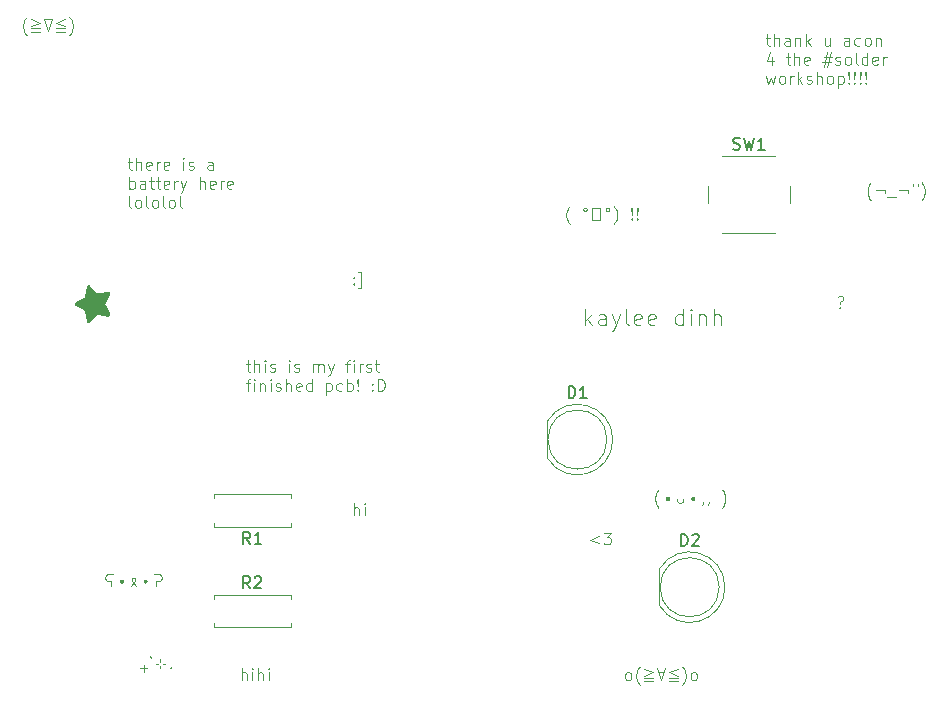
<source format=gbr>
%TF.GenerationSoftware,KiCad,Pcbnew,9.0.2*%
%TF.CreationDate,2025-06-04T18:39:41-07:00*%
%TF.ProjectId,butterfly3,62757474-6572-4666-9c79-332e6b696361,rev?*%
%TF.SameCoordinates,Original*%
%TF.FileFunction,Legend,Top*%
%TF.FilePolarity,Positive*%
%FSLAX46Y46*%
G04 Gerber Fmt 4.6, Leading zero omitted, Abs format (unit mm)*
G04 Created by KiCad (PCBNEW 9.0.2) date 2025-06-04 18:39:41*
%MOMM*%
%LPD*%
G01*
G04 APERTURE LIST*
%ADD10C,0.000000*%
%ADD11C,0.100000*%
%ADD12C,0.150000*%
%ADD13C,0.120000*%
G04 APERTURE END LIST*
D10*
G36*
X111380125Y-86441479D02*
G01*
X111393002Y-86443080D01*
X111405806Y-86445586D01*
X111418492Y-86449011D01*
X111431010Y-86453371D01*
X111443316Y-86458681D01*
X111455361Y-86464955D01*
X111467099Y-86472209D01*
X111478483Y-86480458D01*
X111489465Y-86489716D01*
X111500000Y-86500000D01*
X112026743Y-87052588D01*
X112035215Y-87060939D01*
X112044128Y-87068693D01*
X112053450Y-87075840D01*
X112063149Y-87082370D01*
X112073195Y-87088271D01*
X112083556Y-87093535D01*
X112094200Y-87098150D01*
X112105095Y-87102106D01*
X112116211Y-87105392D01*
X112127515Y-87107999D01*
X112138976Y-87109916D01*
X112150563Y-87111132D01*
X112162244Y-87111638D01*
X112173988Y-87111422D01*
X112185763Y-87110474D01*
X112197537Y-87108785D01*
X112945535Y-86977594D01*
X112959961Y-86975592D01*
X112974149Y-86974659D01*
X112988070Y-86974757D01*
X113001696Y-86975848D01*
X113014998Y-86977892D01*
X113027949Y-86980851D01*
X113040519Y-86984686D01*
X113052680Y-86989359D01*
X113064403Y-86994831D01*
X113075661Y-87001064D01*
X113086425Y-87008018D01*
X113096665Y-87015655D01*
X113106355Y-87023937D01*
X113115464Y-87032824D01*
X113123966Y-87042279D01*
X113131831Y-87052262D01*
X113139031Y-87062735D01*
X113145537Y-87073659D01*
X113151321Y-87084996D01*
X113156355Y-87096706D01*
X113160610Y-87108752D01*
X113164058Y-87121094D01*
X113166670Y-87133694D01*
X113168417Y-87146514D01*
X113169272Y-87159514D01*
X113169205Y-87172656D01*
X113168189Y-87185902D01*
X113166195Y-87199212D01*
X113163194Y-87212548D01*
X113159158Y-87225872D01*
X113154058Y-87239144D01*
X113147867Y-87252327D01*
X112789071Y-87950213D01*
X112784132Y-87960577D01*
X112779851Y-87971150D01*
X112776229Y-87981903D01*
X112773265Y-87992806D01*
X112770960Y-88003828D01*
X112769314Y-88014940D01*
X112768326Y-88026112D01*
X112767997Y-88037314D01*
X112768326Y-88048516D01*
X112769314Y-88059687D01*
X112770960Y-88070799D01*
X112773265Y-88081822D01*
X112776229Y-88092724D01*
X112779851Y-88103477D01*
X112784132Y-88114051D01*
X112789071Y-88124414D01*
X113147867Y-88822296D01*
X113154058Y-88835479D01*
X113159158Y-88848752D01*
X113163194Y-88862076D01*
X113166195Y-88875412D01*
X113168189Y-88888723D01*
X113169205Y-88901969D01*
X113169272Y-88915111D01*
X113168417Y-88928111D01*
X113166670Y-88940931D01*
X113164058Y-88953531D01*
X113160610Y-88965873D01*
X113156355Y-88977919D01*
X113151321Y-88989630D01*
X113145537Y-89000966D01*
X113139031Y-89011890D01*
X113131831Y-89022363D01*
X113123966Y-89032346D01*
X113115464Y-89041801D01*
X113106355Y-89050688D01*
X113096665Y-89058970D01*
X113086425Y-89066607D01*
X113075661Y-89073562D01*
X113064403Y-89079794D01*
X113052680Y-89085266D01*
X113040519Y-89089939D01*
X113027949Y-89093775D01*
X113014998Y-89096734D01*
X113001696Y-89098778D01*
X112988070Y-89099869D01*
X112974149Y-89099968D01*
X112959961Y-89099035D01*
X112945535Y-89097033D01*
X112197537Y-88965843D01*
X112185761Y-88964154D01*
X112173985Y-88963207D01*
X112162240Y-88962992D01*
X112150559Y-88963497D01*
X112138972Y-88964713D01*
X112127510Y-88966630D01*
X112116206Y-88969236D01*
X112105091Y-88972523D01*
X112094196Y-88976478D01*
X112083553Y-88981093D01*
X112073193Y-88986356D01*
X112063148Y-88992258D01*
X112053449Y-88998787D01*
X112044127Y-89005935D01*
X112035215Y-89013689D01*
X112026743Y-89022040D01*
X111500000Y-89574633D01*
X111489465Y-89584916D01*
X111478483Y-89594174D01*
X111467099Y-89602422D01*
X111455361Y-89609675D01*
X111443316Y-89615949D01*
X111431010Y-89621258D01*
X111418492Y-89625618D01*
X111405806Y-89629043D01*
X111393002Y-89631548D01*
X111380125Y-89633149D01*
X111367222Y-89633861D01*
X111354341Y-89633698D01*
X111341528Y-89632676D01*
X111328831Y-89630809D01*
X111316295Y-89628114D01*
X111303969Y-89624604D01*
X111291899Y-89620295D01*
X111280132Y-89615202D01*
X111268715Y-89609340D01*
X111257695Y-89602723D01*
X111247119Y-89595368D01*
X111237034Y-89587289D01*
X111227486Y-89578501D01*
X111218523Y-89569020D01*
X111210192Y-89558859D01*
X111202540Y-89548035D01*
X111195613Y-89536562D01*
X111189459Y-89524455D01*
X111184124Y-89511730D01*
X111179655Y-89498401D01*
X111176100Y-89484484D01*
X111173505Y-89469993D01*
X111063914Y-88698750D01*
X111061926Y-88687283D01*
X111059262Y-88676033D01*
X111055941Y-88665026D01*
X111051979Y-88654287D01*
X111047396Y-88643840D01*
X111042210Y-88633711D01*
X111036438Y-88623926D01*
X111030099Y-88614510D01*
X111023211Y-88605488D01*
X111015792Y-88596884D01*
X111007859Y-88588726D01*
X110999432Y-88581037D01*
X110990529Y-88573843D01*
X110981166Y-88567169D01*
X110971364Y-88561041D01*
X110961139Y-88555484D01*
X110271400Y-88207377D01*
X110258725Y-88200405D01*
X110246868Y-88192724D01*
X110235829Y-88184384D01*
X110225607Y-88175430D01*
X110216203Y-88165909D01*
X110207617Y-88155870D01*
X110199848Y-88145359D01*
X110192898Y-88134423D01*
X110186765Y-88123110D01*
X110181449Y-88111467D01*
X110176952Y-88099541D01*
X110173272Y-88087378D01*
X110170410Y-88075027D01*
X110168366Y-88062535D01*
X110167139Y-88049948D01*
X110166730Y-88037314D01*
X110167139Y-88024680D01*
X110168366Y-88012093D01*
X110170410Y-87999600D01*
X110173272Y-87987249D01*
X110176952Y-87975087D01*
X110181449Y-87963161D01*
X110186765Y-87951517D01*
X110192898Y-87940204D01*
X110199848Y-87929268D01*
X110207617Y-87918757D01*
X110216203Y-87908718D01*
X110225607Y-87899198D01*
X110235828Y-87890244D01*
X110246868Y-87881903D01*
X110258725Y-87874223D01*
X110271400Y-87867250D01*
X110961139Y-87519143D01*
X110971364Y-87513587D01*
X110981166Y-87507459D01*
X110990529Y-87500786D01*
X110999432Y-87493592D01*
X111007859Y-87485903D01*
X111015792Y-87477745D01*
X111023211Y-87469141D01*
X111030099Y-87460119D01*
X111036438Y-87450702D01*
X111042210Y-87440917D01*
X111047396Y-87430788D01*
X111051979Y-87420341D01*
X111055941Y-87409601D01*
X111059262Y-87398593D01*
X111061926Y-87387343D01*
X111063914Y-87375877D01*
X111173505Y-86604637D01*
X111176100Y-86590146D01*
X111179655Y-86576229D01*
X111184124Y-86562900D01*
X111189459Y-86550174D01*
X111195613Y-86538068D01*
X111202540Y-86526594D01*
X111210192Y-86515770D01*
X111218523Y-86505609D01*
X111227486Y-86496127D01*
X111237034Y-86487339D01*
X111247119Y-86479260D01*
X111257695Y-86471905D01*
X111268715Y-86465289D01*
X111280132Y-86459426D01*
X111291899Y-86454333D01*
X111303969Y-86450024D01*
X111316295Y-86446514D01*
X111328831Y-86443819D01*
X111341528Y-86441952D01*
X111354341Y-86440930D01*
X111367222Y-86440768D01*
X111380125Y-86441479D01*
G37*
D11*
X114661027Y-75985864D02*
X115041979Y-75985864D01*
X114803884Y-75652531D02*
X114803884Y-76509673D01*
X114803884Y-76509673D02*
X114851503Y-76604912D01*
X114851503Y-76604912D02*
X114946741Y-76652531D01*
X114946741Y-76652531D02*
X115041979Y-76652531D01*
X115375313Y-76652531D02*
X115375313Y-75652531D01*
X115803884Y-76652531D02*
X115803884Y-76128721D01*
X115803884Y-76128721D02*
X115756265Y-76033483D01*
X115756265Y-76033483D02*
X115661027Y-75985864D01*
X115661027Y-75985864D02*
X115518170Y-75985864D01*
X115518170Y-75985864D02*
X115422932Y-76033483D01*
X115422932Y-76033483D02*
X115375313Y-76081102D01*
X116661027Y-76604912D02*
X116565789Y-76652531D01*
X116565789Y-76652531D02*
X116375313Y-76652531D01*
X116375313Y-76652531D02*
X116280075Y-76604912D01*
X116280075Y-76604912D02*
X116232456Y-76509673D01*
X116232456Y-76509673D02*
X116232456Y-76128721D01*
X116232456Y-76128721D02*
X116280075Y-76033483D01*
X116280075Y-76033483D02*
X116375313Y-75985864D01*
X116375313Y-75985864D02*
X116565789Y-75985864D01*
X116565789Y-75985864D02*
X116661027Y-76033483D01*
X116661027Y-76033483D02*
X116708646Y-76128721D01*
X116708646Y-76128721D02*
X116708646Y-76223959D01*
X116708646Y-76223959D02*
X116232456Y-76319197D01*
X117137218Y-76652531D02*
X117137218Y-75985864D01*
X117137218Y-76176340D02*
X117184837Y-76081102D01*
X117184837Y-76081102D02*
X117232456Y-76033483D01*
X117232456Y-76033483D02*
X117327694Y-75985864D01*
X117327694Y-75985864D02*
X117422932Y-75985864D01*
X118137218Y-76604912D02*
X118041980Y-76652531D01*
X118041980Y-76652531D02*
X117851504Y-76652531D01*
X117851504Y-76652531D02*
X117756266Y-76604912D01*
X117756266Y-76604912D02*
X117708647Y-76509673D01*
X117708647Y-76509673D02*
X117708647Y-76128721D01*
X117708647Y-76128721D02*
X117756266Y-76033483D01*
X117756266Y-76033483D02*
X117851504Y-75985864D01*
X117851504Y-75985864D02*
X118041980Y-75985864D01*
X118041980Y-75985864D02*
X118137218Y-76033483D01*
X118137218Y-76033483D02*
X118184837Y-76128721D01*
X118184837Y-76128721D02*
X118184837Y-76223959D01*
X118184837Y-76223959D02*
X117708647Y-76319197D01*
X119375314Y-76652531D02*
X119375314Y-75985864D01*
X119375314Y-75652531D02*
X119327695Y-75700150D01*
X119327695Y-75700150D02*
X119375314Y-75747769D01*
X119375314Y-75747769D02*
X119422933Y-75700150D01*
X119422933Y-75700150D02*
X119375314Y-75652531D01*
X119375314Y-75652531D02*
X119375314Y-75747769D01*
X119803885Y-76604912D02*
X119899123Y-76652531D01*
X119899123Y-76652531D02*
X120089599Y-76652531D01*
X120089599Y-76652531D02*
X120184837Y-76604912D01*
X120184837Y-76604912D02*
X120232456Y-76509673D01*
X120232456Y-76509673D02*
X120232456Y-76462054D01*
X120232456Y-76462054D02*
X120184837Y-76366816D01*
X120184837Y-76366816D02*
X120089599Y-76319197D01*
X120089599Y-76319197D02*
X119946742Y-76319197D01*
X119946742Y-76319197D02*
X119851504Y-76271578D01*
X119851504Y-76271578D02*
X119803885Y-76176340D01*
X119803885Y-76176340D02*
X119803885Y-76128721D01*
X119803885Y-76128721D02*
X119851504Y-76033483D01*
X119851504Y-76033483D02*
X119946742Y-75985864D01*
X119946742Y-75985864D02*
X120089599Y-75985864D01*
X120089599Y-75985864D02*
X120184837Y-76033483D01*
X121851504Y-76652531D02*
X121851504Y-76128721D01*
X121851504Y-76128721D02*
X121803885Y-76033483D01*
X121803885Y-76033483D02*
X121708647Y-75985864D01*
X121708647Y-75985864D02*
X121518171Y-75985864D01*
X121518171Y-75985864D02*
X121422933Y-76033483D01*
X121851504Y-76604912D02*
X121756266Y-76652531D01*
X121756266Y-76652531D02*
X121518171Y-76652531D01*
X121518171Y-76652531D02*
X121422933Y-76604912D01*
X121422933Y-76604912D02*
X121375314Y-76509673D01*
X121375314Y-76509673D02*
X121375314Y-76414435D01*
X121375314Y-76414435D02*
X121422933Y-76319197D01*
X121422933Y-76319197D02*
X121518171Y-76271578D01*
X121518171Y-76271578D02*
X121756266Y-76271578D01*
X121756266Y-76271578D02*
X121851504Y-76223959D01*
X114803884Y-78262475D02*
X114803884Y-77262475D01*
X114803884Y-77643427D02*
X114899122Y-77595808D01*
X114899122Y-77595808D02*
X115089598Y-77595808D01*
X115089598Y-77595808D02*
X115184836Y-77643427D01*
X115184836Y-77643427D02*
X115232455Y-77691046D01*
X115232455Y-77691046D02*
X115280074Y-77786284D01*
X115280074Y-77786284D02*
X115280074Y-78071998D01*
X115280074Y-78071998D02*
X115232455Y-78167236D01*
X115232455Y-78167236D02*
X115184836Y-78214856D01*
X115184836Y-78214856D02*
X115089598Y-78262475D01*
X115089598Y-78262475D02*
X114899122Y-78262475D01*
X114899122Y-78262475D02*
X114803884Y-78214856D01*
X116137217Y-78262475D02*
X116137217Y-77738665D01*
X116137217Y-77738665D02*
X116089598Y-77643427D01*
X116089598Y-77643427D02*
X115994360Y-77595808D01*
X115994360Y-77595808D02*
X115803884Y-77595808D01*
X115803884Y-77595808D02*
X115708646Y-77643427D01*
X116137217Y-78214856D02*
X116041979Y-78262475D01*
X116041979Y-78262475D02*
X115803884Y-78262475D01*
X115803884Y-78262475D02*
X115708646Y-78214856D01*
X115708646Y-78214856D02*
X115661027Y-78119617D01*
X115661027Y-78119617D02*
X115661027Y-78024379D01*
X115661027Y-78024379D02*
X115708646Y-77929141D01*
X115708646Y-77929141D02*
X115803884Y-77881522D01*
X115803884Y-77881522D02*
X116041979Y-77881522D01*
X116041979Y-77881522D02*
X116137217Y-77833903D01*
X116470551Y-77595808D02*
X116851503Y-77595808D01*
X116613408Y-77262475D02*
X116613408Y-78119617D01*
X116613408Y-78119617D02*
X116661027Y-78214856D01*
X116661027Y-78214856D02*
X116756265Y-78262475D01*
X116756265Y-78262475D02*
X116851503Y-78262475D01*
X117041980Y-77595808D02*
X117422932Y-77595808D01*
X117184837Y-77262475D02*
X117184837Y-78119617D01*
X117184837Y-78119617D02*
X117232456Y-78214856D01*
X117232456Y-78214856D02*
X117327694Y-78262475D01*
X117327694Y-78262475D02*
X117422932Y-78262475D01*
X118137218Y-78214856D02*
X118041980Y-78262475D01*
X118041980Y-78262475D02*
X117851504Y-78262475D01*
X117851504Y-78262475D02*
X117756266Y-78214856D01*
X117756266Y-78214856D02*
X117708647Y-78119617D01*
X117708647Y-78119617D02*
X117708647Y-77738665D01*
X117708647Y-77738665D02*
X117756266Y-77643427D01*
X117756266Y-77643427D02*
X117851504Y-77595808D01*
X117851504Y-77595808D02*
X118041980Y-77595808D01*
X118041980Y-77595808D02*
X118137218Y-77643427D01*
X118137218Y-77643427D02*
X118184837Y-77738665D01*
X118184837Y-77738665D02*
X118184837Y-77833903D01*
X118184837Y-77833903D02*
X117708647Y-77929141D01*
X118613409Y-78262475D02*
X118613409Y-77595808D01*
X118613409Y-77786284D02*
X118661028Y-77691046D01*
X118661028Y-77691046D02*
X118708647Y-77643427D01*
X118708647Y-77643427D02*
X118803885Y-77595808D01*
X118803885Y-77595808D02*
X118899123Y-77595808D01*
X119137219Y-77595808D02*
X119375314Y-78262475D01*
X119613409Y-77595808D02*
X119375314Y-78262475D01*
X119375314Y-78262475D02*
X119280076Y-78500570D01*
X119280076Y-78500570D02*
X119232457Y-78548189D01*
X119232457Y-78548189D02*
X119137219Y-78595808D01*
X120756267Y-78262475D02*
X120756267Y-77262475D01*
X121184838Y-78262475D02*
X121184838Y-77738665D01*
X121184838Y-77738665D02*
X121137219Y-77643427D01*
X121137219Y-77643427D02*
X121041981Y-77595808D01*
X121041981Y-77595808D02*
X120899124Y-77595808D01*
X120899124Y-77595808D02*
X120803886Y-77643427D01*
X120803886Y-77643427D02*
X120756267Y-77691046D01*
X122041981Y-78214856D02*
X121946743Y-78262475D01*
X121946743Y-78262475D02*
X121756267Y-78262475D01*
X121756267Y-78262475D02*
X121661029Y-78214856D01*
X121661029Y-78214856D02*
X121613410Y-78119617D01*
X121613410Y-78119617D02*
X121613410Y-77738665D01*
X121613410Y-77738665D02*
X121661029Y-77643427D01*
X121661029Y-77643427D02*
X121756267Y-77595808D01*
X121756267Y-77595808D02*
X121946743Y-77595808D01*
X121946743Y-77595808D02*
X122041981Y-77643427D01*
X122041981Y-77643427D02*
X122089600Y-77738665D01*
X122089600Y-77738665D02*
X122089600Y-77833903D01*
X122089600Y-77833903D02*
X121613410Y-77929141D01*
X122518172Y-78262475D02*
X122518172Y-77595808D01*
X122518172Y-77786284D02*
X122565791Y-77691046D01*
X122565791Y-77691046D02*
X122613410Y-77643427D01*
X122613410Y-77643427D02*
X122708648Y-77595808D01*
X122708648Y-77595808D02*
X122803886Y-77595808D01*
X123518172Y-78214856D02*
X123422934Y-78262475D01*
X123422934Y-78262475D02*
X123232458Y-78262475D01*
X123232458Y-78262475D02*
X123137220Y-78214856D01*
X123137220Y-78214856D02*
X123089601Y-78119617D01*
X123089601Y-78119617D02*
X123089601Y-77738665D01*
X123089601Y-77738665D02*
X123137220Y-77643427D01*
X123137220Y-77643427D02*
X123232458Y-77595808D01*
X123232458Y-77595808D02*
X123422934Y-77595808D01*
X123422934Y-77595808D02*
X123518172Y-77643427D01*
X123518172Y-77643427D02*
X123565791Y-77738665D01*
X123565791Y-77738665D02*
X123565791Y-77833903D01*
X123565791Y-77833903D02*
X123089601Y-77929141D01*
X114946741Y-79872419D02*
X114851503Y-79824800D01*
X114851503Y-79824800D02*
X114803884Y-79729561D01*
X114803884Y-79729561D02*
X114803884Y-78872419D01*
X115470551Y-79872419D02*
X115375313Y-79824800D01*
X115375313Y-79824800D02*
X115327694Y-79777180D01*
X115327694Y-79777180D02*
X115280075Y-79681942D01*
X115280075Y-79681942D02*
X115280075Y-79396228D01*
X115280075Y-79396228D02*
X115327694Y-79300990D01*
X115327694Y-79300990D02*
X115375313Y-79253371D01*
X115375313Y-79253371D02*
X115470551Y-79205752D01*
X115470551Y-79205752D02*
X115613408Y-79205752D01*
X115613408Y-79205752D02*
X115708646Y-79253371D01*
X115708646Y-79253371D02*
X115756265Y-79300990D01*
X115756265Y-79300990D02*
X115803884Y-79396228D01*
X115803884Y-79396228D02*
X115803884Y-79681942D01*
X115803884Y-79681942D02*
X115756265Y-79777180D01*
X115756265Y-79777180D02*
X115708646Y-79824800D01*
X115708646Y-79824800D02*
X115613408Y-79872419D01*
X115613408Y-79872419D02*
X115470551Y-79872419D01*
X116375313Y-79872419D02*
X116280075Y-79824800D01*
X116280075Y-79824800D02*
X116232456Y-79729561D01*
X116232456Y-79729561D02*
X116232456Y-78872419D01*
X116899123Y-79872419D02*
X116803885Y-79824800D01*
X116803885Y-79824800D02*
X116756266Y-79777180D01*
X116756266Y-79777180D02*
X116708647Y-79681942D01*
X116708647Y-79681942D02*
X116708647Y-79396228D01*
X116708647Y-79396228D02*
X116756266Y-79300990D01*
X116756266Y-79300990D02*
X116803885Y-79253371D01*
X116803885Y-79253371D02*
X116899123Y-79205752D01*
X116899123Y-79205752D02*
X117041980Y-79205752D01*
X117041980Y-79205752D02*
X117137218Y-79253371D01*
X117137218Y-79253371D02*
X117184837Y-79300990D01*
X117184837Y-79300990D02*
X117232456Y-79396228D01*
X117232456Y-79396228D02*
X117232456Y-79681942D01*
X117232456Y-79681942D02*
X117184837Y-79777180D01*
X117184837Y-79777180D02*
X117137218Y-79824800D01*
X117137218Y-79824800D02*
X117041980Y-79872419D01*
X117041980Y-79872419D02*
X116899123Y-79872419D01*
X117803885Y-79872419D02*
X117708647Y-79824800D01*
X117708647Y-79824800D02*
X117661028Y-79729561D01*
X117661028Y-79729561D02*
X117661028Y-78872419D01*
X118327695Y-79872419D02*
X118232457Y-79824800D01*
X118232457Y-79824800D02*
X118184838Y-79777180D01*
X118184838Y-79777180D02*
X118137219Y-79681942D01*
X118137219Y-79681942D02*
X118137219Y-79396228D01*
X118137219Y-79396228D02*
X118184838Y-79300990D01*
X118184838Y-79300990D02*
X118232457Y-79253371D01*
X118232457Y-79253371D02*
X118327695Y-79205752D01*
X118327695Y-79205752D02*
X118470552Y-79205752D01*
X118470552Y-79205752D02*
X118565790Y-79253371D01*
X118565790Y-79253371D02*
X118613409Y-79300990D01*
X118613409Y-79300990D02*
X118661028Y-79396228D01*
X118661028Y-79396228D02*
X118661028Y-79681942D01*
X118661028Y-79681942D02*
X118613409Y-79777180D01*
X118613409Y-79777180D02*
X118565790Y-79824800D01*
X118565790Y-79824800D02*
X118470552Y-79872419D01*
X118470552Y-79872419D02*
X118327695Y-79872419D01*
X119232457Y-79872419D02*
X119137219Y-79824800D01*
X119137219Y-79824800D02*
X119089600Y-79729561D01*
X119089600Y-79729561D02*
X119089600Y-78872419D01*
X106089598Y-65253371D02*
X106041979Y-65205752D01*
X106041979Y-65205752D02*
X105946741Y-65062895D01*
X105946741Y-65062895D02*
X105899122Y-64967657D01*
X105899122Y-64967657D02*
X105851503Y-64824800D01*
X105851503Y-64824800D02*
X105803884Y-64586704D01*
X105803884Y-64586704D02*
X105803884Y-64396228D01*
X105803884Y-64396228D02*
X105851503Y-64158133D01*
X105851503Y-64158133D02*
X105899122Y-64015276D01*
X105899122Y-64015276D02*
X105946741Y-63920038D01*
X105946741Y-63920038D02*
X106041979Y-63777180D01*
X106041979Y-63777180D02*
X106089598Y-63729561D01*
X107232456Y-64967657D02*
X106470551Y-64967657D01*
X106470551Y-64681942D02*
X107232456Y-64681942D01*
X106470551Y-64491466D02*
X107232456Y-64205752D01*
X107232456Y-64205752D02*
X106470551Y-63920038D01*
X108232455Y-63872419D02*
X107899122Y-64872419D01*
X107899122Y-64872419D02*
X107565789Y-63872419D01*
X107565789Y-63872419D02*
X108232455Y-63872419D01*
X108565789Y-64967657D02*
X109327694Y-64967657D01*
X109327694Y-64681942D02*
X108565789Y-64681942D01*
X109327694Y-64491466D02*
X108565789Y-64205752D01*
X108565789Y-64205752D02*
X109327694Y-63920038D01*
X109708646Y-65253371D02*
X109756265Y-65205752D01*
X109756265Y-65205752D02*
X109851503Y-65062895D01*
X109851503Y-65062895D02*
X109899122Y-64967657D01*
X109899122Y-64967657D02*
X109946741Y-64824800D01*
X109946741Y-64824800D02*
X109994360Y-64586704D01*
X109994360Y-64586704D02*
X109994360Y-64396228D01*
X109994360Y-64396228D02*
X109946741Y-64158133D01*
X109946741Y-64158133D02*
X109899122Y-64015276D01*
X109899122Y-64015276D02*
X109851503Y-63920038D01*
X109851503Y-63920038D02*
X109756265Y-63777180D01*
X109756265Y-63777180D02*
X109708646Y-63729561D01*
X124303884Y-119872419D02*
X124303884Y-118872419D01*
X124732455Y-119872419D02*
X124732455Y-119348609D01*
X124732455Y-119348609D02*
X124684836Y-119253371D01*
X124684836Y-119253371D02*
X124589598Y-119205752D01*
X124589598Y-119205752D02*
X124446741Y-119205752D01*
X124446741Y-119205752D02*
X124351503Y-119253371D01*
X124351503Y-119253371D02*
X124303884Y-119300990D01*
X125208646Y-119872419D02*
X125208646Y-119205752D01*
X125208646Y-118872419D02*
X125161027Y-118920038D01*
X125161027Y-118920038D02*
X125208646Y-118967657D01*
X125208646Y-118967657D02*
X125256265Y-118920038D01*
X125256265Y-118920038D02*
X125208646Y-118872419D01*
X125208646Y-118872419D02*
X125208646Y-118967657D01*
X125684836Y-119872419D02*
X125684836Y-118872419D01*
X126113407Y-119872419D02*
X126113407Y-119348609D01*
X126113407Y-119348609D02*
X126065788Y-119253371D01*
X126065788Y-119253371D02*
X125970550Y-119205752D01*
X125970550Y-119205752D02*
X125827693Y-119205752D01*
X125827693Y-119205752D02*
X125732455Y-119253371D01*
X125732455Y-119253371D02*
X125684836Y-119300990D01*
X126589598Y-119872419D02*
X126589598Y-119205752D01*
X126589598Y-118872419D02*
X126541979Y-118920038D01*
X126541979Y-118920038D02*
X126589598Y-118967657D01*
X126589598Y-118967657D02*
X126637217Y-118920038D01*
X126637217Y-118920038D02*
X126589598Y-118872419D01*
X126589598Y-118872419D02*
X126589598Y-118967657D01*
X115708646Y-118872419D02*
X116280074Y-118872419D01*
X115994360Y-118586704D02*
X115994360Y-119158133D01*
X116518170Y-117824800D02*
X116661027Y-117967657D01*
X117041979Y-118491466D02*
X117232455Y-118491466D01*
X117422931Y-118872419D02*
X117422931Y-118681942D01*
X117422931Y-118110514D02*
X117422931Y-118300990D01*
X117803884Y-118491466D02*
X117613407Y-118491466D01*
X118280074Y-118777180D02*
X118327693Y-118824800D01*
X118327693Y-118824800D02*
X118280074Y-118872419D01*
X118280074Y-118872419D02*
X118232455Y-118824800D01*
X118232455Y-118824800D02*
X118280074Y-118777180D01*
X118280074Y-118777180D02*
X118280074Y-118872419D01*
X174946741Y-88277180D02*
X174994360Y-88324800D01*
X174994360Y-88324800D02*
X174946741Y-88372419D01*
X174946741Y-88372419D02*
X174899122Y-88324800D01*
X174899122Y-88324800D02*
X174946741Y-88277180D01*
X174946741Y-88277180D02*
X174946741Y-88372419D01*
X174756265Y-87420038D02*
X174851503Y-87372419D01*
X174851503Y-87372419D02*
X175089598Y-87372419D01*
X175089598Y-87372419D02*
X175184836Y-87420038D01*
X175184836Y-87420038D02*
X175232455Y-87515276D01*
X175232455Y-87515276D02*
X175232455Y-87610514D01*
X175232455Y-87610514D02*
X175184836Y-87705752D01*
X175184836Y-87705752D02*
X175137217Y-87753371D01*
X175137217Y-87753371D02*
X175041979Y-87800990D01*
X175041979Y-87800990D02*
X174994360Y-87848609D01*
X174994360Y-87848609D02*
X174946741Y-87943847D01*
X174946741Y-87943847D02*
X174946741Y-87991466D01*
X133803884Y-86277180D02*
X133851503Y-86324800D01*
X133851503Y-86324800D02*
X133803884Y-86372419D01*
X133803884Y-86372419D02*
X133756265Y-86324800D01*
X133756265Y-86324800D02*
X133803884Y-86277180D01*
X133803884Y-86277180D02*
X133803884Y-86372419D01*
X133803884Y-85753371D02*
X133851503Y-85800990D01*
X133851503Y-85800990D02*
X133803884Y-85848609D01*
X133803884Y-85848609D02*
X133756265Y-85800990D01*
X133756265Y-85800990D02*
X133803884Y-85753371D01*
X133803884Y-85753371D02*
X133803884Y-85848609D01*
X134184836Y-86705752D02*
X134422931Y-86705752D01*
X134422931Y-86705752D02*
X134422931Y-85277180D01*
X134422931Y-85277180D02*
X134184836Y-85277180D01*
X154565789Y-107705752D02*
X153803884Y-107991466D01*
X153803884Y-107991466D02*
X154565789Y-108277180D01*
X154946741Y-107372419D02*
X155565788Y-107372419D01*
X155565788Y-107372419D02*
X155232455Y-107753371D01*
X155232455Y-107753371D02*
X155375312Y-107753371D01*
X155375312Y-107753371D02*
X155470550Y-107800990D01*
X155470550Y-107800990D02*
X155518169Y-107848609D01*
X155518169Y-107848609D02*
X155565788Y-107943847D01*
X155565788Y-107943847D02*
X155565788Y-108181942D01*
X155565788Y-108181942D02*
X155518169Y-108277180D01*
X155518169Y-108277180D02*
X155470550Y-108324800D01*
X155470550Y-108324800D02*
X155375312Y-108372419D01*
X155375312Y-108372419D02*
X155089598Y-108372419D01*
X155089598Y-108372419D02*
X154994360Y-108324800D01*
X154994360Y-108324800D02*
X154946741Y-108277180D01*
X159589598Y-105253371D02*
X159541979Y-105205752D01*
X159541979Y-105205752D02*
X159446741Y-105062895D01*
X159446741Y-105062895D02*
X159399122Y-104967657D01*
X159399122Y-104967657D02*
X159351503Y-104824800D01*
X159351503Y-104824800D02*
X159303884Y-104586704D01*
X159303884Y-104586704D02*
X159303884Y-104396228D01*
X159303884Y-104396228D02*
X159351503Y-104158133D01*
X159351503Y-104158133D02*
X159399122Y-104015276D01*
X159399122Y-104015276D02*
X159446741Y-103920038D01*
X159446741Y-103920038D02*
X159541979Y-103777180D01*
X159541979Y-103777180D02*
X159589598Y-103729561D01*
X160256265Y-104396228D02*
X160256265Y-104586704D01*
X160303884Y-104586704D02*
X160303884Y-104396228D01*
X160351503Y-104348609D02*
X160351503Y-104634323D01*
X160399122Y-104586704D02*
X160399122Y-104396228D01*
X160446741Y-104396228D02*
X160446741Y-104586704D01*
X160256265Y-104539085D02*
X160351503Y-104634323D01*
X160351503Y-104634323D02*
X160446741Y-104539085D01*
X160256265Y-104443847D02*
X160351503Y-104348609D01*
X160351503Y-104348609D02*
X160446741Y-104443847D01*
X160256265Y-104396228D02*
X160351503Y-104348609D01*
X160351503Y-104348609D02*
X160446741Y-104396228D01*
X160446741Y-104396228D02*
X160494360Y-104491466D01*
X160494360Y-104491466D02*
X160446741Y-104586704D01*
X160446741Y-104586704D02*
X160351503Y-104634323D01*
X160351503Y-104634323D02*
X160256265Y-104586704D01*
X160256265Y-104586704D02*
X160208646Y-104491466D01*
X160208646Y-104491466D02*
X160256265Y-104396228D01*
X161161027Y-104539085D02*
X161161027Y-104681942D01*
X161161027Y-104681942D02*
X161208646Y-104777180D01*
X161208646Y-104777180D02*
X161256265Y-104824800D01*
X161256265Y-104824800D02*
X161351503Y-104872419D01*
X161351503Y-104872419D02*
X161494360Y-104872419D01*
X161494360Y-104872419D02*
X161589598Y-104824800D01*
X161589598Y-104824800D02*
X161637217Y-104777180D01*
X161637217Y-104777180D02*
X161684836Y-104681942D01*
X161684836Y-104681942D02*
X161684836Y-104539085D01*
X162399122Y-104396228D02*
X162399122Y-104586704D01*
X162446741Y-104586704D02*
X162446741Y-104396228D01*
X162494360Y-104348609D02*
X162494360Y-104634323D01*
X162541979Y-104586704D02*
X162541979Y-104396228D01*
X162589598Y-104396228D02*
X162589598Y-104586704D01*
X162399122Y-104539085D02*
X162494360Y-104634323D01*
X162494360Y-104634323D02*
X162589598Y-104539085D01*
X162399122Y-104443847D02*
X162494360Y-104348609D01*
X162494360Y-104348609D02*
X162589598Y-104443847D01*
X162399122Y-104396228D02*
X162494360Y-104348609D01*
X162494360Y-104348609D02*
X162589598Y-104396228D01*
X162589598Y-104396228D02*
X162637217Y-104491466D01*
X162637217Y-104491466D02*
X162589598Y-104586704D01*
X162589598Y-104586704D02*
X162494360Y-104634323D01*
X162494360Y-104634323D02*
X162399122Y-104586704D01*
X162399122Y-104586704D02*
X162351503Y-104491466D01*
X162351503Y-104491466D02*
X162399122Y-104396228D01*
X163399122Y-104824800D02*
X163399122Y-104872419D01*
X163399122Y-104872419D02*
X163351503Y-104967657D01*
X163351503Y-104967657D02*
X163303884Y-105015276D01*
X163875312Y-104824800D02*
X163875312Y-104872419D01*
X163875312Y-104872419D02*
X163827693Y-104967657D01*
X163827693Y-104967657D02*
X163780074Y-105015276D01*
X164970550Y-105253371D02*
X165018169Y-105205752D01*
X165018169Y-105205752D02*
X165113407Y-105062895D01*
X165113407Y-105062895D02*
X165161026Y-104967657D01*
X165161026Y-104967657D02*
X165208645Y-104824800D01*
X165208645Y-104824800D02*
X165256264Y-104586704D01*
X165256264Y-104586704D02*
X165256264Y-104396228D01*
X165256264Y-104396228D02*
X165208645Y-104158133D01*
X165208645Y-104158133D02*
X165161026Y-104015276D01*
X165161026Y-104015276D02*
X165113407Y-103920038D01*
X165113407Y-103920038D02*
X165018169Y-103777180D01*
X165018169Y-103777180D02*
X164970550Y-103729561D01*
X133803884Y-105872419D02*
X133803884Y-104872419D01*
X134232455Y-105872419D02*
X134232455Y-105348609D01*
X134232455Y-105348609D02*
X134184836Y-105253371D01*
X134184836Y-105253371D02*
X134089598Y-105205752D01*
X134089598Y-105205752D02*
X133946741Y-105205752D01*
X133946741Y-105205752D02*
X133851503Y-105253371D01*
X133851503Y-105253371D02*
X133803884Y-105300990D01*
X134708646Y-105872419D02*
X134708646Y-105205752D01*
X134708646Y-104872419D02*
X134661027Y-104920038D01*
X134661027Y-104920038D02*
X134708646Y-104967657D01*
X134708646Y-104967657D02*
X134756265Y-104920038D01*
X134756265Y-104920038D02*
X134708646Y-104872419D01*
X134708646Y-104872419D02*
X134708646Y-104967657D01*
X113375312Y-110920038D02*
X113232455Y-110872419D01*
X113232455Y-110872419D02*
X113041979Y-110872419D01*
X113041979Y-110872419D02*
X112899122Y-110920038D01*
X112899122Y-110920038D02*
X112803884Y-111015276D01*
X112803884Y-111015276D02*
X112756265Y-111110514D01*
X112756265Y-111110514D02*
X112756265Y-111253371D01*
X112756265Y-111253371D02*
X112803884Y-111348609D01*
X112803884Y-111348609D02*
X112899122Y-111443847D01*
X112899122Y-111443847D02*
X113041979Y-111491466D01*
X113041979Y-111491466D02*
X113232455Y-111491466D01*
X113232455Y-111491466D02*
X113232455Y-111872419D01*
X114041979Y-111396228D02*
X114041979Y-111586704D01*
X114089598Y-111586704D02*
X114089598Y-111396228D01*
X114137217Y-111348609D02*
X114137217Y-111634323D01*
X114184836Y-111586704D02*
X114184836Y-111396228D01*
X114232455Y-111396228D02*
X114232455Y-111586704D01*
X114041979Y-111539085D02*
X114137217Y-111634323D01*
X114137217Y-111634323D02*
X114232455Y-111539085D01*
X114041979Y-111443847D02*
X114137217Y-111348609D01*
X114137217Y-111348609D02*
X114232455Y-111443847D01*
X114041979Y-111396228D02*
X114137217Y-111348609D01*
X114137217Y-111348609D02*
X114232455Y-111396228D01*
X114232455Y-111396228D02*
X114280074Y-111491466D01*
X114280074Y-111491466D02*
X114232455Y-111586704D01*
X114232455Y-111586704D02*
X114137217Y-111634323D01*
X114137217Y-111634323D02*
X114041979Y-111586704D01*
X114041979Y-111586704D02*
X113994360Y-111491466D01*
X113994360Y-111491466D02*
X114041979Y-111396228D01*
X115375312Y-111872419D02*
X115041979Y-111443847D01*
X115041979Y-111443847D02*
X114994360Y-111348609D01*
X114994360Y-111348609D02*
X115041979Y-111253371D01*
X115041979Y-111253371D02*
X115137217Y-111205752D01*
X115137217Y-111205752D02*
X115232455Y-111253371D01*
X115232455Y-111253371D02*
X115280074Y-111348609D01*
X115280074Y-111348609D02*
X115232455Y-111443847D01*
X115232455Y-111443847D02*
X114899122Y-111872419D01*
X116041979Y-111396228D02*
X116041979Y-111586704D01*
X116089598Y-111586704D02*
X116089598Y-111396228D01*
X116137217Y-111348609D02*
X116137217Y-111634323D01*
X116184836Y-111586704D02*
X116184836Y-111396228D01*
X116232455Y-111396228D02*
X116232455Y-111586704D01*
X116041979Y-111539085D02*
X116137217Y-111634323D01*
X116137217Y-111634323D02*
X116232455Y-111539085D01*
X116041979Y-111443847D02*
X116137217Y-111348609D01*
X116137217Y-111348609D02*
X116232455Y-111443847D01*
X116041979Y-111396228D02*
X116137217Y-111348609D01*
X116137217Y-111348609D02*
X116232455Y-111396228D01*
X116232455Y-111396228D02*
X116280074Y-111491466D01*
X116280074Y-111491466D02*
X116232455Y-111586704D01*
X116232455Y-111586704D02*
X116137217Y-111634323D01*
X116137217Y-111634323D02*
X116041979Y-111586704D01*
X116041979Y-111586704D02*
X115994360Y-111491466D01*
X115994360Y-111491466D02*
X116041979Y-111396228D01*
X116899122Y-110920038D02*
X117041979Y-110872419D01*
X117041979Y-110872419D02*
X117232455Y-110872419D01*
X117232455Y-110872419D02*
X117375312Y-110920038D01*
X117375312Y-110920038D02*
X117470550Y-111015276D01*
X117470550Y-111015276D02*
X117518169Y-111110514D01*
X117518169Y-111110514D02*
X117518169Y-111253371D01*
X117518169Y-111253371D02*
X117470550Y-111348609D01*
X117470550Y-111348609D02*
X117375312Y-111443847D01*
X117375312Y-111443847D02*
X117232455Y-111491466D01*
X117232455Y-111491466D02*
X117041979Y-111491466D01*
X117041979Y-111491466D02*
X117041979Y-111872419D01*
X168661027Y-65485864D02*
X169041979Y-65485864D01*
X168803884Y-65152531D02*
X168803884Y-66009673D01*
X168803884Y-66009673D02*
X168851503Y-66104912D01*
X168851503Y-66104912D02*
X168946741Y-66152531D01*
X168946741Y-66152531D02*
X169041979Y-66152531D01*
X169375313Y-66152531D02*
X169375313Y-65152531D01*
X169803884Y-66152531D02*
X169803884Y-65628721D01*
X169803884Y-65628721D02*
X169756265Y-65533483D01*
X169756265Y-65533483D02*
X169661027Y-65485864D01*
X169661027Y-65485864D02*
X169518170Y-65485864D01*
X169518170Y-65485864D02*
X169422932Y-65533483D01*
X169422932Y-65533483D02*
X169375313Y-65581102D01*
X170708646Y-66152531D02*
X170708646Y-65628721D01*
X170708646Y-65628721D02*
X170661027Y-65533483D01*
X170661027Y-65533483D02*
X170565789Y-65485864D01*
X170565789Y-65485864D02*
X170375313Y-65485864D01*
X170375313Y-65485864D02*
X170280075Y-65533483D01*
X170708646Y-66104912D02*
X170613408Y-66152531D01*
X170613408Y-66152531D02*
X170375313Y-66152531D01*
X170375313Y-66152531D02*
X170280075Y-66104912D01*
X170280075Y-66104912D02*
X170232456Y-66009673D01*
X170232456Y-66009673D02*
X170232456Y-65914435D01*
X170232456Y-65914435D02*
X170280075Y-65819197D01*
X170280075Y-65819197D02*
X170375313Y-65771578D01*
X170375313Y-65771578D02*
X170613408Y-65771578D01*
X170613408Y-65771578D02*
X170708646Y-65723959D01*
X171184837Y-65485864D02*
X171184837Y-66152531D01*
X171184837Y-65581102D02*
X171232456Y-65533483D01*
X171232456Y-65533483D02*
X171327694Y-65485864D01*
X171327694Y-65485864D02*
X171470551Y-65485864D01*
X171470551Y-65485864D02*
X171565789Y-65533483D01*
X171565789Y-65533483D02*
X171613408Y-65628721D01*
X171613408Y-65628721D02*
X171613408Y-66152531D01*
X172089599Y-66152531D02*
X172089599Y-65152531D01*
X172184837Y-65771578D02*
X172470551Y-66152531D01*
X172470551Y-65485864D02*
X172089599Y-65866816D01*
X174089599Y-65485864D02*
X174089599Y-66152531D01*
X173661028Y-65485864D02*
X173661028Y-66009673D01*
X173661028Y-66009673D02*
X173708647Y-66104912D01*
X173708647Y-66104912D02*
X173803885Y-66152531D01*
X173803885Y-66152531D02*
X173946742Y-66152531D01*
X173946742Y-66152531D02*
X174041980Y-66104912D01*
X174041980Y-66104912D02*
X174089599Y-66057292D01*
X175756266Y-66152531D02*
X175756266Y-65628721D01*
X175756266Y-65628721D02*
X175708647Y-65533483D01*
X175708647Y-65533483D02*
X175613409Y-65485864D01*
X175613409Y-65485864D02*
X175422933Y-65485864D01*
X175422933Y-65485864D02*
X175327695Y-65533483D01*
X175756266Y-66104912D02*
X175661028Y-66152531D01*
X175661028Y-66152531D02*
X175422933Y-66152531D01*
X175422933Y-66152531D02*
X175327695Y-66104912D01*
X175327695Y-66104912D02*
X175280076Y-66009673D01*
X175280076Y-66009673D02*
X175280076Y-65914435D01*
X175280076Y-65914435D02*
X175327695Y-65819197D01*
X175327695Y-65819197D02*
X175422933Y-65771578D01*
X175422933Y-65771578D02*
X175661028Y-65771578D01*
X175661028Y-65771578D02*
X175756266Y-65723959D01*
X176661028Y-66104912D02*
X176565790Y-66152531D01*
X176565790Y-66152531D02*
X176375314Y-66152531D01*
X176375314Y-66152531D02*
X176280076Y-66104912D01*
X176280076Y-66104912D02*
X176232457Y-66057292D01*
X176232457Y-66057292D02*
X176184838Y-65962054D01*
X176184838Y-65962054D02*
X176184838Y-65676340D01*
X176184838Y-65676340D02*
X176232457Y-65581102D01*
X176232457Y-65581102D02*
X176280076Y-65533483D01*
X176280076Y-65533483D02*
X176375314Y-65485864D01*
X176375314Y-65485864D02*
X176565790Y-65485864D01*
X176565790Y-65485864D02*
X176661028Y-65533483D01*
X177232457Y-66152531D02*
X177137219Y-66104912D01*
X177137219Y-66104912D02*
X177089600Y-66057292D01*
X177089600Y-66057292D02*
X177041981Y-65962054D01*
X177041981Y-65962054D02*
X177041981Y-65676340D01*
X177041981Y-65676340D02*
X177089600Y-65581102D01*
X177089600Y-65581102D02*
X177137219Y-65533483D01*
X177137219Y-65533483D02*
X177232457Y-65485864D01*
X177232457Y-65485864D02*
X177375314Y-65485864D01*
X177375314Y-65485864D02*
X177470552Y-65533483D01*
X177470552Y-65533483D02*
X177518171Y-65581102D01*
X177518171Y-65581102D02*
X177565790Y-65676340D01*
X177565790Y-65676340D02*
X177565790Y-65962054D01*
X177565790Y-65962054D02*
X177518171Y-66057292D01*
X177518171Y-66057292D02*
X177470552Y-66104912D01*
X177470552Y-66104912D02*
X177375314Y-66152531D01*
X177375314Y-66152531D02*
X177232457Y-66152531D01*
X177994362Y-65485864D02*
X177994362Y-66152531D01*
X177994362Y-65581102D02*
X178041981Y-65533483D01*
X178041981Y-65533483D02*
X178137219Y-65485864D01*
X178137219Y-65485864D02*
X178280076Y-65485864D01*
X178280076Y-65485864D02*
X178375314Y-65533483D01*
X178375314Y-65533483D02*
X178422933Y-65628721D01*
X178422933Y-65628721D02*
X178422933Y-66152531D01*
X169232455Y-67095808D02*
X169232455Y-67762475D01*
X168994360Y-66714856D02*
X168756265Y-67429141D01*
X168756265Y-67429141D02*
X169375312Y-67429141D01*
X170375313Y-67095808D02*
X170756265Y-67095808D01*
X170518170Y-66762475D02*
X170518170Y-67619617D01*
X170518170Y-67619617D02*
X170565789Y-67714856D01*
X170565789Y-67714856D02*
X170661027Y-67762475D01*
X170661027Y-67762475D02*
X170756265Y-67762475D01*
X171089599Y-67762475D02*
X171089599Y-66762475D01*
X171518170Y-67762475D02*
X171518170Y-67238665D01*
X171518170Y-67238665D02*
X171470551Y-67143427D01*
X171470551Y-67143427D02*
X171375313Y-67095808D01*
X171375313Y-67095808D02*
X171232456Y-67095808D01*
X171232456Y-67095808D02*
X171137218Y-67143427D01*
X171137218Y-67143427D02*
X171089599Y-67191046D01*
X172375313Y-67714856D02*
X172280075Y-67762475D01*
X172280075Y-67762475D02*
X172089599Y-67762475D01*
X172089599Y-67762475D02*
X171994361Y-67714856D01*
X171994361Y-67714856D02*
X171946742Y-67619617D01*
X171946742Y-67619617D02*
X171946742Y-67238665D01*
X171946742Y-67238665D02*
X171994361Y-67143427D01*
X171994361Y-67143427D02*
X172089599Y-67095808D01*
X172089599Y-67095808D02*
X172280075Y-67095808D01*
X172280075Y-67095808D02*
X172375313Y-67143427D01*
X172375313Y-67143427D02*
X172422932Y-67238665D01*
X172422932Y-67238665D02*
X172422932Y-67333903D01*
X172422932Y-67333903D02*
X171946742Y-67429141D01*
X173565790Y-67095808D02*
X174280075Y-67095808D01*
X173851504Y-66667236D02*
X173565790Y-67952951D01*
X174184837Y-67524379D02*
X173470552Y-67524379D01*
X173899123Y-67952951D02*
X174184837Y-66667236D01*
X174565790Y-67714856D02*
X174661028Y-67762475D01*
X174661028Y-67762475D02*
X174851504Y-67762475D01*
X174851504Y-67762475D02*
X174946742Y-67714856D01*
X174946742Y-67714856D02*
X174994361Y-67619617D01*
X174994361Y-67619617D02*
X174994361Y-67571998D01*
X174994361Y-67571998D02*
X174946742Y-67476760D01*
X174946742Y-67476760D02*
X174851504Y-67429141D01*
X174851504Y-67429141D02*
X174708647Y-67429141D01*
X174708647Y-67429141D02*
X174613409Y-67381522D01*
X174613409Y-67381522D02*
X174565790Y-67286284D01*
X174565790Y-67286284D02*
X174565790Y-67238665D01*
X174565790Y-67238665D02*
X174613409Y-67143427D01*
X174613409Y-67143427D02*
X174708647Y-67095808D01*
X174708647Y-67095808D02*
X174851504Y-67095808D01*
X174851504Y-67095808D02*
X174946742Y-67143427D01*
X175565790Y-67762475D02*
X175470552Y-67714856D01*
X175470552Y-67714856D02*
X175422933Y-67667236D01*
X175422933Y-67667236D02*
X175375314Y-67571998D01*
X175375314Y-67571998D02*
X175375314Y-67286284D01*
X175375314Y-67286284D02*
X175422933Y-67191046D01*
X175422933Y-67191046D02*
X175470552Y-67143427D01*
X175470552Y-67143427D02*
X175565790Y-67095808D01*
X175565790Y-67095808D02*
X175708647Y-67095808D01*
X175708647Y-67095808D02*
X175803885Y-67143427D01*
X175803885Y-67143427D02*
X175851504Y-67191046D01*
X175851504Y-67191046D02*
X175899123Y-67286284D01*
X175899123Y-67286284D02*
X175899123Y-67571998D01*
X175899123Y-67571998D02*
X175851504Y-67667236D01*
X175851504Y-67667236D02*
X175803885Y-67714856D01*
X175803885Y-67714856D02*
X175708647Y-67762475D01*
X175708647Y-67762475D02*
X175565790Y-67762475D01*
X176470552Y-67762475D02*
X176375314Y-67714856D01*
X176375314Y-67714856D02*
X176327695Y-67619617D01*
X176327695Y-67619617D02*
X176327695Y-66762475D01*
X177280076Y-67762475D02*
X177280076Y-66762475D01*
X177280076Y-67714856D02*
X177184838Y-67762475D01*
X177184838Y-67762475D02*
X176994362Y-67762475D01*
X176994362Y-67762475D02*
X176899124Y-67714856D01*
X176899124Y-67714856D02*
X176851505Y-67667236D01*
X176851505Y-67667236D02*
X176803886Y-67571998D01*
X176803886Y-67571998D02*
X176803886Y-67286284D01*
X176803886Y-67286284D02*
X176851505Y-67191046D01*
X176851505Y-67191046D02*
X176899124Y-67143427D01*
X176899124Y-67143427D02*
X176994362Y-67095808D01*
X176994362Y-67095808D02*
X177184838Y-67095808D01*
X177184838Y-67095808D02*
X177280076Y-67143427D01*
X178137219Y-67714856D02*
X178041981Y-67762475D01*
X178041981Y-67762475D02*
X177851505Y-67762475D01*
X177851505Y-67762475D02*
X177756267Y-67714856D01*
X177756267Y-67714856D02*
X177708648Y-67619617D01*
X177708648Y-67619617D02*
X177708648Y-67238665D01*
X177708648Y-67238665D02*
X177756267Y-67143427D01*
X177756267Y-67143427D02*
X177851505Y-67095808D01*
X177851505Y-67095808D02*
X178041981Y-67095808D01*
X178041981Y-67095808D02*
X178137219Y-67143427D01*
X178137219Y-67143427D02*
X178184838Y-67238665D01*
X178184838Y-67238665D02*
X178184838Y-67333903D01*
X178184838Y-67333903D02*
X177708648Y-67429141D01*
X178613410Y-67762475D02*
X178613410Y-67095808D01*
X178613410Y-67286284D02*
X178661029Y-67191046D01*
X178661029Y-67191046D02*
X178708648Y-67143427D01*
X178708648Y-67143427D02*
X178803886Y-67095808D01*
X178803886Y-67095808D02*
X178899124Y-67095808D01*
X168708646Y-68705752D02*
X168899122Y-69372419D01*
X168899122Y-69372419D02*
X169089598Y-68896228D01*
X169089598Y-68896228D02*
X169280074Y-69372419D01*
X169280074Y-69372419D02*
X169470550Y-68705752D01*
X169994360Y-69372419D02*
X169899122Y-69324800D01*
X169899122Y-69324800D02*
X169851503Y-69277180D01*
X169851503Y-69277180D02*
X169803884Y-69181942D01*
X169803884Y-69181942D02*
X169803884Y-68896228D01*
X169803884Y-68896228D02*
X169851503Y-68800990D01*
X169851503Y-68800990D02*
X169899122Y-68753371D01*
X169899122Y-68753371D02*
X169994360Y-68705752D01*
X169994360Y-68705752D02*
X170137217Y-68705752D01*
X170137217Y-68705752D02*
X170232455Y-68753371D01*
X170232455Y-68753371D02*
X170280074Y-68800990D01*
X170280074Y-68800990D02*
X170327693Y-68896228D01*
X170327693Y-68896228D02*
X170327693Y-69181942D01*
X170327693Y-69181942D02*
X170280074Y-69277180D01*
X170280074Y-69277180D02*
X170232455Y-69324800D01*
X170232455Y-69324800D02*
X170137217Y-69372419D01*
X170137217Y-69372419D02*
X169994360Y-69372419D01*
X170756265Y-69372419D02*
X170756265Y-68705752D01*
X170756265Y-68896228D02*
X170803884Y-68800990D01*
X170803884Y-68800990D02*
X170851503Y-68753371D01*
X170851503Y-68753371D02*
X170946741Y-68705752D01*
X170946741Y-68705752D02*
X171041979Y-68705752D01*
X171375313Y-69372419D02*
X171375313Y-68372419D01*
X171470551Y-68991466D02*
X171756265Y-69372419D01*
X171756265Y-68705752D02*
X171375313Y-69086704D01*
X172137218Y-69324800D02*
X172232456Y-69372419D01*
X172232456Y-69372419D02*
X172422932Y-69372419D01*
X172422932Y-69372419D02*
X172518170Y-69324800D01*
X172518170Y-69324800D02*
X172565789Y-69229561D01*
X172565789Y-69229561D02*
X172565789Y-69181942D01*
X172565789Y-69181942D02*
X172518170Y-69086704D01*
X172518170Y-69086704D02*
X172422932Y-69039085D01*
X172422932Y-69039085D02*
X172280075Y-69039085D01*
X172280075Y-69039085D02*
X172184837Y-68991466D01*
X172184837Y-68991466D02*
X172137218Y-68896228D01*
X172137218Y-68896228D02*
X172137218Y-68848609D01*
X172137218Y-68848609D02*
X172184837Y-68753371D01*
X172184837Y-68753371D02*
X172280075Y-68705752D01*
X172280075Y-68705752D02*
X172422932Y-68705752D01*
X172422932Y-68705752D02*
X172518170Y-68753371D01*
X172994361Y-69372419D02*
X172994361Y-68372419D01*
X173422932Y-69372419D02*
X173422932Y-68848609D01*
X173422932Y-68848609D02*
X173375313Y-68753371D01*
X173375313Y-68753371D02*
X173280075Y-68705752D01*
X173280075Y-68705752D02*
X173137218Y-68705752D01*
X173137218Y-68705752D02*
X173041980Y-68753371D01*
X173041980Y-68753371D02*
X172994361Y-68800990D01*
X174041980Y-69372419D02*
X173946742Y-69324800D01*
X173946742Y-69324800D02*
X173899123Y-69277180D01*
X173899123Y-69277180D02*
X173851504Y-69181942D01*
X173851504Y-69181942D02*
X173851504Y-68896228D01*
X173851504Y-68896228D02*
X173899123Y-68800990D01*
X173899123Y-68800990D02*
X173946742Y-68753371D01*
X173946742Y-68753371D02*
X174041980Y-68705752D01*
X174041980Y-68705752D02*
X174184837Y-68705752D01*
X174184837Y-68705752D02*
X174280075Y-68753371D01*
X174280075Y-68753371D02*
X174327694Y-68800990D01*
X174327694Y-68800990D02*
X174375313Y-68896228D01*
X174375313Y-68896228D02*
X174375313Y-69181942D01*
X174375313Y-69181942D02*
X174327694Y-69277180D01*
X174327694Y-69277180D02*
X174280075Y-69324800D01*
X174280075Y-69324800D02*
X174184837Y-69372419D01*
X174184837Y-69372419D02*
X174041980Y-69372419D01*
X174803885Y-68705752D02*
X174803885Y-69705752D01*
X174803885Y-68753371D02*
X174899123Y-68705752D01*
X174899123Y-68705752D02*
X175089599Y-68705752D01*
X175089599Y-68705752D02*
X175184837Y-68753371D01*
X175184837Y-68753371D02*
X175232456Y-68800990D01*
X175232456Y-68800990D02*
X175280075Y-68896228D01*
X175280075Y-68896228D02*
X175280075Y-69181942D01*
X175280075Y-69181942D02*
X175232456Y-69277180D01*
X175232456Y-69277180D02*
X175184837Y-69324800D01*
X175184837Y-69324800D02*
X175089599Y-69372419D01*
X175089599Y-69372419D02*
X174899123Y-69372419D01*
X174899123Y-69372419D02*
X174803885Y-69324800D01*
X175708647Y-69277180D02*
X175756266Y-69324800D01*
X175756266Y-69324800D02*
X175708647Y-69372419D01*
X175708647Y-69372419D02*
X175661028Y-69324800D01*
X175661028Y-69324800D02*
X175708647Y-69277180D01*
X175708647Y-69277180D02*
X175708647Y-69372419D01*
X175708647Y-68991466D02*
X175661028Y-68420038D01*
X175661028Y-68420038D02*
X175708647Y-68372419D01*
X175708647Y-68372419D02*
X175756266Y-68420038D01*
X175756266Y-68420038D02*
X175708647Y-68991466D01*
X175708647Y-68991466D02*
X175708647Y-68372419D01*
X176184837Y-69277180D02*
X176232456Y-69324800D01*
X176232456Y-69324800D02*
X176184837Y-69372419D01*
X176184837Y-69372419D02*
X176137218Y-69324800D01*
X176137218Y-69324800D02*
X176184837Y-69277180D01*
X176184837Y-69277180D02*
X176184837Y-69372419D01*
X176184837Y-68991466D02*
X176137218Y-68420038D01*
X176137218Y-68420038D02*
X176184837Y-68372419D01*
X176184837Y-68372419D02*
X176232456Y-68420038D01*
X176232456Y-68420038D02*
X176184837Y-68991466D01*
X176184837Y-68991466D02*
X176184837Y-68372419D01*
X176661027Y-69277180D02*
X176708646Y-69324800D01*
X176708646Y-69324800D02*
X176661027Y-69372419D01*
X176661027Y-69372419D02*
X176613408Y-69324800D01*
X176613408Y-69324800D02*
X176661027Y-69277180D01*
X176661027Y-69277180D02*
X176661027Y-69372419D01*
X176661027Y-68991466D02*
X176613408Y-68420038D01*
X176613408Y-68420038D02*
X176661027Y-68372419D01*
X176661027Y-68372419D02*
X176708646Y-68420038D01*
X176708646Y-68420038D02*
X176661027Y-68991466D01*
X176661027Y-68991466D02*
X176661027Y-68372419D01*
X177137217Y-69277180D02*
X177184836Y-69324800D01*
X177184836Y-69324800D02*
X177137217Y-69372419D01*
X177137217Y-69372419D02*
X177089598Y-69324800D01*
X177089598Y-69324800D02*
X177137217Y-69277180D01*
X177137217Y-69277180D02*
X177137217Y-69372419D01*
X177137217Y-68991466D02*
X177089598Y-68420038D01*
X177089598Y-68420038D02*
X177137217Y-68372419D01*
X177137217Y-68372419D02*
X177184836Y-68420038D01*
X177184836Y-68420038D02*
X177137217Y-68991466D01*
X177137217Y-68991466D02*
X177137217Y-68372419D01*
X153399122Y-89823466D02*
X153399122Y-88423466D01*
X153532455Y-89290133D02*
X153932455Y-89823466D01*
X153932455Y-88890133D02*
X153399122Y-89423466D01*
X155132455Y-89823466D02*
X155132455Y-89090133D01*
X155132455Y-89090133D02*
X155065788Y-88956800D01*
X155065788Y-88956800D02*
X154932455Y-88890133D01*
X154932455Y-88890133D02*
X154665788Y-88890133D01*
X154665788Y-88890133D02*
X154532455Y-88956800D01*
X155132455Y-89756800D02*
X154999122Y-89823466D01*
X154999122Y-89823466D02*
X154665788Y-89823466D01*
X154665788Y-89823466D02*
X154532455Y-89756800D01*
X154532455Y-89756800D02*
X154465788Y-89623466D01*
X154465788Y-89623466D02*
X154465788Y-89490133D01*
X154465788Y-89490133D02*
X154532455Y-89356800D01*
X154532455Y-89356800D02*
X154665788Y-89290133D01*
X154665788Y-89290133D02*
X154999122Y-89290133D01*
X154999122Y-89290133D02*
X155132455Y-89223466D01*
X155665789Y-88890133D02*
X155999122Y-89823466D01*
X156332455Y-88890133D02*
X155999122Y-89823466D01*
X155999122Y-89823466D02*
X155865789Y-90156800D01*
X155865789Y-90156800D02*
X155799122Y-90223466D01*
X155799122Y-90223466D02*
X155665789Y-90290133D01*
X157065789Y-89823466D02*
X156932456Y-89756800D01*
X156932456Y-89756800D02*
X156865789Y-89623466D01*
X156865789Y-89623466D02*
X156865789Y-88423466D01*
X158132455Y-89756800D02*
X157999122Y-89823466D01*
X157999122Y-89823466D02*
X157732455Y-89823466D01*
X157732455Y-89823466D02*
X157599122Y-89756800D01*
X157599122Y-89756800D02*
X157532455Y-89623466D01*
X157532455Y-89623466D02*
X157532455Y-89090133D01*
X157532455Y-89090133D02*
X157599122Y-88956800D01*
X157599122Y-88956800D02*
X157732455Y-88890133D01*
X157732455Y-88890133D02*
X157999122Y-88890133D01*
X157999122Y-88890133D02*
X158132455Y-88956800D01*
X158132455Y-88956800D02*
X158199122Y-89090133D01*
X158199122Y-89090133D02*
X158199122Y-89223466D01*
X158199122Y-89223466D02*
X157532455Y-89356800D01*
X159332455Y-89756800D02*
X159199122Y-89823466D01*
X159199122Y-89823466D02*
X158932455Y-89823466D01*
X158932455Y-89823466D02*
X158799122Y-89756800D01*
X158799122Y-89756800D02*
X158732455Y-89623466D01*
X158732455Y-89623466D02*
X158732455Y-89090133D01*
X158732455Y-89090133D02*
X158799122Y-88956800D01*
X158799122Y-88956800D02*
X158932455Y-88890133D01*
X158932455Y-88890133D02*
X159199122Y-88890133D01*
X159199122Y-88890133D02*
X159332455Y-88956800D01*
X159332455Y-88956800D02*
X159399122Y-89090133D01*
X159399122Y-89090133D02*
X159399122Y-89223466D01*
X159399122Y-89223466D02*
X158732455Y-89356800D01*
X161665789Y-89823466D02*
X161665789Y-88423466D01*
X161665789Y-89756800D02*
X161532456Y-89823466D01*
X161532456Y-89823466D02*
X161265789Y-89823466D01*
X161265789Y-89823466D02*
X161132456Y-89756800D01*
X161132456Y-89756800D02*
X161065789Y-89690133D01*
X161065789Y-89690133D02*
X160999122Y-89556800D01*
X160999122Y-89556800D02*
X160999122Y-89156800D01*
X160999122Y-89156800D02*
X161065789Y-89023466D01*
X161065789Y-89023466D02*
X161132456Y-88956800D01*
X161132456Y-88956800D02*
X161265789Y-88890133D01*
X161265789Y-88890133D02*
X161532456Y-88890133D01*
X161532456Y-88890133D02*
X161665789Y-88956800D01*
X162332456Y-89823466D02*
X162332456Y-88890133D01*
X162332456Y-88423466D02*
X162265789Y-88490133D01*
X162265789Y-88490133D02*
X162332456Y-88556800D01*
X162332456Y-88556800D02*
X162399123Y-88490133D01*
X162399123Y-88490133D02*
X162332456Y-88423466D01*
X162332456Y-88423466D02*
X162332456Y-88556800D01*
X162999123Y-88890133D02*
X162999123Y-89823466D01*
X162999123Y-89023466D02*
X163065790Y-88956800D01*
X163065790Y-88956800D02*
X163199123Y-88890133D01*
X163199123Y-88890133D02*
X163399123Y-88890133D01*
X163399123Y-88890133D02*
X163532456Y-88956800D01*
X163532456Y-88956800D02*
X163599123Y-89090133D01*
X163599123Y-89090133D02*
X163599123Y-89823466D01*
X164265790Y-89823466D02*
X164265790Y-88423466D01*
X164865790Y-89823466D02*
X164865790Y-89090133D01*
X164865790Y-89090133D02*
X164799123Y-88956800D01*
X164799123Y-88956800D02*
X164665790Y-88890133D01*
X164665790Y-88890133D02*
X164465790Y-88890133D01*
X164465790Y-88890133D02*
X164332457Y-88956800D01*
X164332457Y-88956800D02*
X164265790Y-89023466D01*
X156946741Y-119872419D02*
X156851503Y-119824800D01*
X156851503Y-119824800D02*
X156803884Y-119777180D01*
X156803884Y-119777180D02*
X156756265Y-119681942D01*
X156756265Y-119681942D02*
X156756265Y-119396228D01*
X156756265Y-119396228D02*
X156803884Y-119300990D01*
X156803884Y-119300990D02*
X156851503Y-119253371D01*
X156851503Y-119253371D02*
X156946741Y-119205752D01*
X156946741Y-119205752D02*
X157089598Y-119205752D01*
X157089598Y-119205752D02*
X157184836Y-119253371D01*
X157184836Y-119253371D02*
X157232455Y-119300990D01*
X157232455Y-119300990D02*
X157280074Y-119396228D01*
X157280074Y-119396228D02*
X157280074Y-119681942D01*
X157280074Y-119681942D02*
X157232455Y-119777180D01*
X157232455Y-119777180D02*
X157184836Y-119824800D01*
X157184836Y-119824800D02*
X157089598Y-119872419D01*
X157089598Y-119872419D02*
X156946741Y-119872419D01*
X157994360Y-120253371D02*
X157946741Y-120205752D01*
X157946741Y-120205752D02*
X157851503Y-120062895D01*
X157851503Y-120062895D02*
X157803884Y-119967657D01*
X157803884Y-119967657D02*
X157756265Y-119824800D01*
X157756265Y-119824800D02*
X157708646Y-119586704D01*
X157708646Y-119586704D02*
X157708646Y-119396228D01*
X157708646Y-119396228D02*
X157756265Y-119158133D01*
X157756265Y-119158133D02*
X157803884Y-119015276D01*
X157803884Y-119015276D02*
X157851503Y-118920038D01*
X157851503Y-118920038D02*
X157946741Y-118777180D01*
X157946741Y-118777180D02*
X157994360Y-118729561D01*
X159137218Y-119967657D02*
X158375313Y-119967657D01*
X158375313Y-119681942D02*
X159137218Y-119681942D01*
X158375313Y-119491466D02*
X159137218Y-119205752D01*
X159137218Y-119205752D02*
X158375313Y-118920038D01*
X159565789Y-119158133D02*
X160041979Y-119158133D01*
X159470551Y-118872419D02*
X159803884Y-119872419D01*
X159803884Y-119872419D02*
X160137217Y-118872419D01*
X160470551Y-119967657D02*
X161232456Y-119967657D01*
X161232456Y-119681942D02*
X160470551Y-119681942D01*
X161232456Y-119491466D02*
X160470551Y-119205752D01*
X160470551Y-119205752D02*
X161232456Y-118920038D01*
X161613408Y-120253371D02*
X161661027Y-120205752D01*
X161661027Y-120205752D02*
X161756265Y-120062895D01*
X161756265Y-120062895D02*
X161803884Y-119967657D01*
X161803884Y-119967657D02*
X161851503Y-119824800D01*
X161851503Y-119824800D02*
X161899122Y-119586704D01*
X161899122Y-119586704D02*
X161899122Y-119396228D01*
X161899122Y-119396228D02*
X161851503Y-119158133D01*
X161851503Y-119158133D02*
X161803884Y-119015276D01*
X161803884Y-119015276D02*
X161756265Y-118920038D01*
X161756265Y-118920038D02*
X161661027Y-118777180D01*
X161661027Y-118777180D02*
X161613408Y-118729561D01*
X162518170Y-119872419D02*
X162422932Y-119824800D01*
X162422932Y-119824800D02*
X162375313Y-119777180D01*
X162375313Y-119777180D02*
X162327694Y-119681942D01*
X162327694Y-119681942D02*
X162327694Y-119396228D01*
X162327694Y-119396228D02*
X162375313Y-119300990D01*
X162375313Y-119300990D02*
X162422932Y-119253371D01*
X162422932Y-119253371D02*
X162518170Y-119205752D01*
X162518170Y-119205752D02*
X162661027Y-119205752D01*
X162661027Y-119205752D02*
X162756265Y-119253371D01*
X162756265Y-119253371D02*
X162803884Y-119300990D01*
X162803884Y-119300990D02*
X162851503Y-119396228D01*
X162851503Y-119396228D02*
X162851503Y-119681942D01*
X162851503Y-119681942D02*
X162803884Y-119777180D01*
X162803884Y-119777180D02*
X162756265Y-119824800D01*
X162756265Y-119824800D02*
X162661027Y-119872419D01*
X162661027Y-119872419D02*
X162518170Y-119872419D01*
X152089598Y-81253371D02*
X152041979Y-81205752D01*
X152041979Y-81205752D02*
X151946741Y-81062895D01*
X151946741Y-81062895D02*
X151899122Y-80967657D01*
X151899122Y-80967657D02*
X151851503Y-80824800D01*
X151851503Y-80824800D02*
X151803884Y-80586704D01*
X151803884Y-80586704D02*
X151803884Y-80396228D01*
X151803884Y-80396228D02*
X151851503Y-80158133D01*
X151851503Y-80158133D02*
X151899122Y-80015276D01*
X151899122Y-80015276D02*
X151946741Y-79920038D01*
X151946741Y-79920038D02*
X152041979Y-79777180D01*
X152041979Y-79777180D02*
X152089598Y-79729561D01*
X153375313Y-79872419D02*
X153280075Y-79920038D01*
X153280075Y-79920038D02*
X153232456Y-80015276D01*
X153232456Y-80015276D02*
X153280075Y-80110514D01*
X153280075Y-80110514D02*
X153375313Y-80158133D01*
X153375313Y-80158133D02*
X153470551Y-80110514D01*
X153470551Y-80110514D02*
X153518170Y-80015276D01*
X153518170Y-80015276D02*
X153470551Y-79920038D01*
X153470551Y-79920038D02*
X153375313Y-79872419D01*
X153994361Y-80872419D02*
X153994361Y-79872419D01*
X153994361Y-79872419D02*
X154661027Y-79872419D01*
X154661027Y-79872419D02*
X154661027Y-80872419D01*
X154661027Y-80872419D02*
X153994361Y-80872419D01*
X155280075Y-79872419D02*
X155184837Y-79920038D01*
X155184837Y-79920038D02*
X155137218Y-80015276D01*
X155137218Y-80015276D02*
X155184837Y-80110514D01*
X155184837Y-80110514D02*
X155280075Y-80158133D01*
X155280075Y-80158133D02*
X155375313Y-80110514D01*
X155375313Y-80110514D02*
X155422932Y-80015276D01*
X155422932Y-80015276D02*
X155375313Y-79920038D01*
X155375313Y-79920038D02*
X155280075Y-79872419D01*
X155803885Y-81253371D02*
X155851504Y-81205752D01*
X155851504Y-81205752D02*
X155946742Y-81062895D01*
X155946742Y-81062895D02*
X155994361Y-80967657D01*
X155994361Y-80967657D02*
X156041980Y-80824800D01*
X156041980Y-80824800D02*
X156089599Y-80586704D01*
X156089599Y-80586704D02*
X156089599Y-80396228D01*
X156089599Y-80396228D02*
X156041980Y-80158133D01*
X156041980Y-80158133D02*
X155994361Y-80015276D01*
X155994361Y-80015276D02*
X155946742Y-79920038D01*
X155946742Y-79920038D02*
X155851504Y-79777180D01*
X155851504Y-79777180D02*
X155803885Y-79729561D01*
X157327695Y-80777180D02*
X157375314Y-80824800D01*
X157375314Y-80824800D02*
X157327695Y-80872419D01*
X157327695Y-80872419D02*
X157280076Y-80824800D01*
X157280076Y-80824800D02*
X157327695Y-80777180D01*
X157327695Y-80777180D02*
X157327695Y-80872419D01*
X157327695Y-80491466D02*
X157280076Y-79920038D01*
X157280076Y-79920038D02*
X157327695Y-79872419D01*
X157327695Y-79872419D02*
X157375314Y-79920038D01*
X157375314Y-79920038D02*
X157327695Y-80491466D01*
X157327695Y-80491466D02*
X157327695Y-79872419D01*
X157803885Y-80777180D02*
X157851504Y-80824800D01*
X157851504Y-80824800D02*
X157803885Y-80872419D01*
X157803885Y-80872419D02*
X157756266Y-80824800D01*
X157756266Y-80824800D02*
X157803885Y-80777180D01*
X157803885Y-80777180D02*
X157803885Y-80872419D01*
X157803885Y-80491466D02*
X157756266Y-79920038D01*
X157756266Y-79920038D02*
X157803885Y-79872419D01*
X157803885Y-79872419D02*
X157851504Y-79920038D01*
X157851504Y-79920038D02*
X157803885Y-80491466D01*
X157803885Y-80491466D02*
X157803885Y-79872419D01*
X124661027Y-93095808D02*
X125041979Y-93095808D01*
X124803884Y-92762475D02*
X124803884Y-93619617D01*
X124803884Y-93619617D02*
X124851503Y-93714856D01*
X124851503Y-93714856D02*
X124946741Y-93762475D01*
X124946741Y-93762475D02*
X125041979Y-93762475D01*
X125375313Y-93762475D02*
X125375313Y-92762475D01*
X125803884Y-93762475D02*
X125803884Y-93238665D01*
X125803884Y-93238665D02*
X125756265Y-93143427D01*
X125756265Y-93143427D02*
X125661027Y-93095808D01*
X125661027Y-93095808D02*
X125518170Y-93095808D01*
X125518170Y-93095808D02*
X125422932Y-93143427D01*
X125422932Y-93143427D02*
X125375313Y-93191046D01*
X126280075Y-93762475D02*
X126280075Y-93095808D01*
X126280075Y-92762475D02*
X126232456Y-92810094D01*
X126232456Y-92810094D02*
X126280075Y-92857713D01*
X126280075Y-92857713D02*
X126327694Y-92810094D01*
X126327694Y-92810094D02*
X126280075Y-92762475D01*
X126280075Y-92762475D02*
X126280075Y-92857713D01*
X126708646Y-93714856D02*
X126803884Y-93762475D01*
X126803884Y-93762475D02*
X126994360Y-93762475D01*
X126994360Y-93762475D02*
X127089598Y-93714856D01*
X127089598Y-93714856D02*
X127137217Y-93619617D01*
X127137217Y-93619617D02*
X127137217Y-93571998D01*
X127137217Y-93571998D02*
X127089598Y-93476760D01*
X127089598Y-93476760D02*
X126994360Y-93429141D01*
X126994360Y-93429141D02*
X126851503Y-93429141D01*
X126851503Y-93429141D02*
X126756265Y-93381522D01*
X126756265Y-93381522D02*
X126708646Y-93286284D01*
X126708646Y-93286284D02*
X126708646Y-93238665D01*
X126708646Y-93238665D02*
X126756265Y-93143427D01*
X126756265Y-93143427D02*
X126851503Y-93095808D01*
X126851503Y-93095808D02*
X126994360Y-93095808D01*
X126994360Y-93095808D02*
X127089598Y-93143427D01*
X128327694Y-93762475D02*
X128327694Y-93095808D01*
X128327694Y-92762475D02*
X128280075Y-92810094D01*
X128280075Y-92810094D02*
X128327694Y-92857713D01*
X128327694Y-92857713D02*
X128375313Y-92810094D01*
X128375313Y-92810094D02*
X128327694Y-92762475D01*
X128327694Y-92762475D02*
X128327694Y-92857713D01*
X128756265Y-93714856D02*
X128851503Y-93762475D01*
X128851503Y-93762475D02*
X129041979Y-93762475D01*
X129041979Y-93762475D02*
X129137217Y-93714856D01*
X129137217Y-93714856D02*
X129184836Y-93619617D01*
X129184836Y-93619617D02*
X129184836Y-93571998D01*
X129184836Y-93571998D02*
X129137217Y-93476760D01*
X129137217Y-93476760D02*
X129041979Y-93429141D01*
X129041979Y-93429141D02*
X128899122Y-93429141D01*
X128899122Y-93429141D02*
X128803884Y-93381522D01*
X128803884Y-93381522D02*
X128756265Y-93286284D01*
X128756265Y-93286284D02*
X128756265Y-93238665D01*
X128756265Y-93238665D02*
X128803884Y-93143427D01*
X128803884Y-93143427D02*
X128899122Y-93095808D01*
X128899122Y-93095808D02*
X129041979Y-93095808D01*
X129041979Y-93095808D02*
X129137217Y-93143427D01*
X130375313Y-93762475D02*
X130375313Y-93095808D01*
X130375313Y-93191046D02*
X130422932Y-93143427D01*
X130422932Y-93143427D02*
X130518170Y-93095808D01*
X130518170Y-93095808D02*
X130661027Y-93095808D01*
X130661027Y-93095808D02*
X130756265Y-93143427D01*
X130756265Y-93143427D02*
X130803884Y-93238665D01*
X130803884Y-93238665D02*
X130803884Y-93762475D01*
X130803884Y-93238665D02*
X130851503Y-93143427D01*
X130851503Y-93143427D02*
X130946741Y-93095808D01*
X130946741Y-93095808D02*
X131089598Y-93095808D01*
X131089598Y-93095808D02*
X131184837Y-93143427D01*
X131184837Y-93143427D02*
X131232456Y-93238665D01*
X131232456Y-93238665D02*
X131232456Y-93762475D01*
X131613408Y-93095808D02*
X131851503Y-93762475D01*
X132089598Y-93095808D02*
X131851503Y-93762475D01*
X131851503Y-93762475D02*
X131756265Y-94000570D01*
X131756265Y-94000570D02*
X131708646Y-94048189D01*
X131708646Y-94048189D02*
X131613408Y-94095808D01*
X133089599Y-93095808D02*
X133470551Y-93095808D01*
X133232456Y-93762475D02*
X133232456Y-92905332D01*
X133232456Y-92905332D02*
X133280075Y-92810094D01*
X133280075Y-92810094D02*
X133375313Y-92762475D01*
X133375313Y-92762475D02*
X133470551Y-92762475D01*
X133803885Y-93762475D02*
X133803885Y-93095808D01*
X133803885Y-92762475D02*
X133756266Y-92810094D01*
X133756266Y-92810094D02*
X133803885Y-92857713D01*
X133803885Y-92857713D02*
X133851504Y-92810094D01*
X133851504Y-92810094D02*
X133803885Y-92762475D01*
X133803885Y-92762475D02*
X133803885Y-92857713D01*
X134280075Y-93762475D02*
X134280075Y-93095808D01*
X134280075Y-93286284D02*
X134327694Y-93191046D01*
X134327694Y-93191046D02*
X134375313Y-93143427D01*
X134375313Y-93143427D02*
X134470551Y-93095808D01*
X134470551Y-93095808D02*
X134565789Y-93095808D01*
X134851504Y-93714856D02*
X134946742Y-93762475D01*
X134946742Y-93762475D02*
X135137218Y-93762475D01*
X135137218Y-93762475D02*
X135232456Y-93714856D01*
X135232456Y-93714856D02*
X135280075Y-93619617D01*
X135280075Y-93619617D02*
X135280075Y-93571998D01*
X135280075Y-93571998D02*
X135232456Y-93476760D01*
X135232456Y-93476760D02*
X135137218Y-93429141D01*
X135137218Y-93429141D02*
X134994361Y-93429141D01*
X134994361Y-93429141D02*
X134899123Y-93381522D01*
X134899123Y-93381522D02*
X134851504Y-93286284D01*
X134851504Y-93286284D02*
X134851504Y-93238665D01*
X134851504Y-93238665D02*
X134899123Y-93143427D01*
X134899123Y-93143427D02*
X134994361Y-93095808D01*
X134994361Y-93095808D02*
X135137218Y-93095808D01*
X135137218Y-93095808D02*
X135232456Y-93143427D01*
X135565790Y-93095808D02*
X135946742Y-93095808D01*
X135708647Y-92762475D02*
X135708647Y-93619617D01*
X135708647Y-93619617D02*
X135756266Y-93714856D01*
X135756266Y-93714856D02*
X135851504Y-93762475D01*
X135851504Y-93762475D02*
X135946742Y-93762475D01*
X124661027Y-94705752D02*
X125041979Y-94705752D01*
X124803884Y-95372419D02*
X124803884Y-94515276D01*
X124803884Y-94515276D02*
X124851503Y-94420038D01*
X124851503Y-94420038D02*
X124946741Y-94372419D01*
X124946741Y-94372419D02*
X125041979Y-94372419D01*
X125375313Y-95372419D02*
X125375313Y-94705752D01*
X125375313Y-94372419D02*
X125327694Y-94420038D01*
X125327694Y-94420038D02*
X125375313Y-94467657D01*
X125375313Y-94467657D02*
X125422932Y-94420038D01*
X125422932Y-94420038D02*
X125375313Y-94372419D01*
X125375313Y-94372419D02*
X125375313Y-94467657D01*
X125851503Y-94705752D02*
X125851503Y-95372419D01*
X125851503Y-94800990D02*
X125899122Y-94753371D01*
X125899122Y-94753371D02*
X125994360Y-94705752D01*
X125994360Y-94705752D02*
X126137217Y-94705752D01*
X126137217Y-94705752D02*
X126232455Y-94753371D01*
X126232455Y-94753371D02*
X126280074Y-94848609D01*
X126280074Y-94848609D02*
X126280074Y-95372419D01*
X126756265Y-95372419D02*
X126756265Y-94705752D01*
X126756265Y-94372419D02*
X126708646Y-94420038D01*
X126708646Y-94420038D02*
X126756265Y-94467657D01*
X126756265Y-94467657D02*
X126803884Y-94420038D01*
X126803884Y-94420038D02*
X126756265Y-94372419D01*
X126756265Y-94372419D02*
X126756265Y-94467657D01*
X127184836Y-95324800D02*
X127280074Y-95372419D01*
X127280074Y-95372419D02*
X127470550Y-95372419D01*
X127470550Y-95372419D02*
X127565788Y-95324800D01*
X127565788Y-95324800D02*
X127613407Y-95229561D01*
X127613407Y-95229561D02*
X127613407Y-95181942D01*
X127613407Y-95181942D02*
X127565788Y-95086704D01*
X127565788Y-95086704D02*
X127470550Y-95039085D01*
X127470550Y-95039085D02*
X127327693Y-95039085D01*
X127327693Y-95039085D02*
X127232455Y-94991466D01*
X127232455Y-94991466D02*
X127184836Y-94896228D01*
X127184836Y-94896228D02*
X127184836Y-94848609D01*
X127184836Y-94848609D02*
X127232455Y-94753371D01*
X127232455Y-94753371D02*
X127327693Y-94705752D01*
X127327693Y-94705752D02*
X127470550Y-94705752D01*
X127470550Y-94705752D02*
X127565788Y-94753371D01*
X128041979Y-95372419D02*
X128041979Y-94372419D01*
X128470550Y-95372419D02*
X128470550Y-94848609D01*
X128470550Y-94848609D02*
X128422931Y-94753371D01*
X128422931Y-94753371D02*
X128327693Y-94705752D01*
X128327693Y-94705752D02*
X128184836Y-94705752D01*
X128184836Y-94705752D02*
X128089598Y-94753371D01*
X128089598Y-94753371D02*
X128041979Y-94800990D01*
X129327693Y-95324800D02*
X129232455Y-95372419D01*
X129232455Y-95372419D02*
X129041979Y-95372419D01*
X129041979Y-95372419D02*
X128946741Y-95324800D01*
X128946741Y-95324800D02*
X128899122Y-95229561D01*
X128899122Y-95229561D02*
X128899122Y-94848609D01*
X128899122Y-94848609D02*
X128946741Y-94753371D01*
X128946741Y-94753371D02*
X129041979Y-94705752D01*
X129041979Y-94705752D02*
X129232455Y-94705752D01*
X129232455Y-94705752D02*
X129327693Y-94753371D01*
X129327693Y-94753371D02*
X129375312Y-94848609D01*
X129375312Y-94848609D02*
X129375312Y-94943847D01*
X129375312Y-94943847D02*
X128899122Y-95039085D01*
X130232455Y-95372419D02*
X130232455Y-94372419D01*
X130232455Y-95324800D02*
X130137217Y-95372419D01*
X130137217Y-95372419D02*
X129946741Y-95372419D01*
X129946741Y-95372419D02*
X129851503Y-95324800D01*
X129851503Y-95324800D02*
X129803884Y-95277180D01*
X129803884Y-95277180D02*
X129756265Y-95181942D01*
X129756265Y-95181942D02*
X129756265Y-94896228D01*
X129756265Y-94896228D02*
X129803884Y-94800990D01*
X129803884Y-94800990D02*
X129851503Y-94753371D01*
X129851503Y-94753371D02*
X129946741Y-94705752D01*
X129946741Y-94705752D02*
X130137217Y-94705752D01*
X130137217Y-94705752D02*
X130232455Y-94753371D01*
X131470551Y-94705752D02*
X131470551Y-95705752D01*
X131470551Y-94753371D02*
X131565789Y-94705752D01*
X131565789Y-94705752D02*
X131756265Y-94705752D01*
X131756265Y-94705752D02*
X131851503Y-94753371D01*
X131851503Y-94753371D02*
X131899122Y-94800990D01*
X131899122Y-94800990D02*
X131946741Y-94896228D01*
X131946741Y-94896228D02*
X131946741Y-95181942D01*
X131946741Y-95181942D02*
X131899122Y-95277180D01*
X131899122Y-95277180D02*
X131851503Y-95324800D01*
X131851503Y-95324800D02*
X131756265Y-95372419D01*
X131756265Y-95372419D02*
X131565789Y-95372419D01*
X131565789Y-95372419D02*
X131470551Y-95324800D01*
X132803884Y-95324800D02*
X132708646Y-95372419D01*
X132708646Y-95372419D02*
X132518170Y-95372419D01*
X132518170Y-95372419D02*
X132422932Y-95324800D01*
X132422932Y-95324800D02*
X132375313Y-95277180D01*
X132375313Y-95277180D02*
X132327694Y-95181942D01*
X132327694Y-95181942D02*
X132327694Y-94896228D01*
X132327694Y-94896228D02*
X132375313Y-94800990D01*
X132375313Y-94800990D02*
X132422932Y-94753371D01*
X132422932Y-94753371D02*
X132518170Y-94705752D01*
X132518170Y-94705752D02*
X132708646Y-94705752D01*
X132708646Y-94705752D02*
X132803884Y-94753371D01*
X133232456Y-95372419D02*
X133232456Y-94372419D01*
X133232456Y-94753371D02*
X133327694Y-94705752D01*
X133327694Y-94705752D02*
X133518170Y-94705752D01*
X133518170Y-94705752D02*
X133613408Y-94753371D01*
X133613408Y-94753371D02*
X133661027Y-94800990D01*
X133661027Y-94800990D02*
X133708646Y-94896228D01*
X133708646Y-94896228D02*
X133708646Y-95181942D01*
X133708646Y-95181942D02*
X133661027Y-95277180D01*
X133661027Y-95277180D02*
X133613408Y-95324800D01*
X133613408Y-95324800D02*
X133518170Y-95372419D01*
X133518170Y-95372419D02*
X133327694Y-95372419D01*
X133327694Y-95372419D02*
X133232456Y-95324800D01*
X134137218Y-95277180D02*
X134184837Y-95324800D01*
X134184837Y-95324800D02*
X134137218Y-95372419D01*
X134137218Y-95372419D02*
X134089599Y-95324800D01*
X134089599Y-95324800D02*
X134137218Y-95277180D01*
X134137218Y-95277180D02*
X134137218Y-95372419D01*
X134137218Y-94991466D02*
X134089599Y-94420038D01*
X134089599Y-94420038D02*
X134137218Y-94372419D01*
X134137218Y-94372419D02*
X134184837Y-94420038D01*
X134184837Y-94420038D02*
X134137218Y-94991466D01*
X134137218Y-94991466D02*
X134137218Y-94372419D01*
X135375313Y-95277180D02*
X135422932Y-95324800D01*
X135422932Y-95324800D02*
X135375313Y-95372419D01*
X135375313Y-95372419D02*
X135327694Y-95324800D01*
X135327694Y-95324800D02*
X135375313Y-95277180D01*
X135375313Y-95277180D02*
X135375313Y-95372419D01*
X135375313Y-94753371D02*
X135422932Y-94800990D01*
X135422932Y-94800990D02*
X135375313Y-94848609D01*
X135375313Y-94848609D02*
X135327694Y-94800990D01*
X135327694Y-94800990D02*
X135375313Y-94753371D01*
X135375313Y-94753371D02*
X135375313Y-94848609D01*
X135851503Y-95372419D02*
X135851503Y-94372419D01*
X135851503Y-94372419D02*
X136089598Y-94372419D01*
X136089598Y-94372419D02*
X136232455Y-94420038D01*
X136232455Y-94420038D02*
X136327693Y-94515276D01*
X136327693Y-94515276D02*
X136375312Y-94610514D01*
X136375312Y-94610514D02*
X136422931Y-94800990D01*
X136422931Y-94800990D02*
X136422931Y-94943847D01*
X136422931Y-94943847D02*
X136375312Y-95134323D01*
X136375312Y-95134323D02*
X136327693Y-95229561D01*
X136327693Y-95229561D02*
X136232455Y-95324800D01*
X136232455Y-95324800D02*
X136089598Y-95372419D01*
X136089598Y-95372419D02*
X135851503Y-95372419D01*
X177589598Y-79253371D02*
X177541979Y-79205752D01*
X177541979Y-79205752D02*
X177446741Y-79062895D01*
X177446741Y-79062895D02*
X177399122Y-78967657D01*
X177399122Y-78967657D02*
X177351503Y-78824800D01*
X177351503Y-78824800D02*
X177303884Y-78586704D01*
X177303884Y-78586704D02*
X177303884Y-78396228D01*
X177303884Y-78396228D02*
X177351503Y-78158133D01*
X177351503Y-78158133D02*
X177399122Y-78015276D01*
X177399122Y-78015276D02*
X177446741Y-77920038D01*
X177446741Y-77920038D02*
X177541979Y-77777180D01*
X177541979Y-77777180D02*
X177589598Y-77729561D01*
X177970551Y-78396228D02*
X178732456Y-78396228D01*
X178732456Y-78396228D02*
X178732456Y-78634323D01*
X178970551Y-78967657D02*
X179732455Y-78967657D01*
X179970551Y-78396228D02*
X180732456Y-78396228D01*
X180732456Y-78396228D02*
X180732456Y-78634323D01*
X181161027Y-77872419D02*
X181161027Y-78062895D01*
X181541979Y-77872419D02*
X181541979Y-78062895D01*
X181875313Y-79253371D02*
X181922932Y-79205752D01*
X181922932Y-79205752D02*
X182018170Y-79062895D01*
X182018170Y-79062895D02*
X182065789Y-78967657D01*
X182065789Y-78967657D02*
X182113408Y-78824800D01*
X182113408Y-78824800D02*
X182161027Y-78586704D01*
X182161027Y-78586704D02*
X182161027Y-78396228D01*
X182161027Y-78396228D02*
X182113408Y-78158133D01*
X182113408Y-78158133D02*
X182065789Y-78015276D01*
X182065789Y-78015276D02*
X182018170Y-77920038D01*
X182018170Y-77920038D02*
X181922932Y-77777180D01*
X181922932Y-77777180D02*
X181875313Y-77729561D01*
D12*
X125023333Y-112084819D02*
X124690000Y-111608628D01*
X124451905Y-112084819D02*
X124451905Y-111084819D01*
X124451905Y-111084819D02*
X124832857Y-111084819D01*
X124832857Y-111084819D02*
X124928095Y-111132438D01*
X124928095Y-111132438D02*
X124975714Y-111180057D01*
X124975714Y-111180057D02*
X125023333Y-111275295D01*
X125023333Y-111275295D02*
X125023333Y-111418152D01*
X125023333Y-111418152D02*
X124975714Y-111513390D01*
X124975714Y-111513390D02*
X124928095Y-111561009D01*
X124928095Y-111561009D02*
X124832857Y-111608628D01*
X124832857Y-111608628D02*
X124451905Y-111608628D01*
X125404286Y-111180057D02*
X125451905Y-111132438D01*
X125451905Y-111132438D02*
X125547143Y-111084819D01*
X125547143Y-111084819D02*
X125785238Y-111084819D01*
X125785238Y-111084819D02*
X125880476Y-111132438D01*
X125880476Y-111132438D02*
X125928095Y-111180057D01*
X125928095Y-111180057D02*
X125975714Y-111275295D01*
X125975714Y-111275295D02*
X125975714Y-111370533D01*
X125975714Y-111370533D02*
X125928095Y-111513390D01*
X125928095Y-111513390D02*
X125356667Y-112084819D01*
X125356667Y-112084819D02*
X125975714Y-112084819D01*
X125023333Y-108324819D02*
X124690000Y-107848628D01*
X124451905Y-108324819D02*
X124451905Y-107324819D01*
X124451905Y-107324819D02*
X124832857Y-107324819D01*
X124832857Y-107324819D02*
X124928095Y-107372438D01*
X124928095Y-107372438D02*
X124975714Y-107420057D01*
X124975714Y-107420057D02*
X125023333Y-107515295D01*
X125023333Y-107515295D02*
X125023333Y-107658152D01*
X125023333Y-107658152D02*
X124975714Y-107753390D01*
X124975714Y-107753390D02*
X124928095Y-107801009D01*
X124928095Y-107801009D02*
X124832857Y-107848628D01*
X124832857Y-107848628D02*
X124451905Y-107848628D01*
X125975714Y-108324819D02*
X125404286Y-108324819D01*
X125690000Y-108324819D02*
X125690000Y-107324819D01*
X125690000Y-107324819D02*
X125594762Y-107467676D01*
X125594762Y-107467676D02*
X125499524Y-107562914D01*
X125499524Y-107562914D02*
X125404286Y-107610533D01*
X161491905Y-108494819D02*
X161491905Y-107494819D01*
X161491905Y-107494819D02*
X161730000Y-107494819D01*
X161730000Y-107494819D02*
X161872857Y-107542438D01*
X161872857Y-107542438D02*
X161968095Y-107637676D01*
X161968095Y-107637676D02*
X162015714Y-107732914D01*
X162015714Y-107732914D02*
X162063333Y-107923390D01*
X162063333Y-107923390D02*
X162063333Y-108066247D01*
X162063333Y-108066247D02*
X162015714Y-108256723D01*
X162015714Y-108256723D02*
X161968095Y-108351961D01*
X161968095Y-108351961D02*
X161872857Y-108447200D01*
X161872857Y-108447200D02*
X161730000Y-108494819D01*
X161730000Y-108494819D02*
X161491905Y-108494819D01*
X162444286Y-107590057D02*
X162491905Y-107542438D01*
X162491905Y-107542438D02*
X162587143Y-107494819D01*
X162587143Y-107494819D02*
X162825238Y-107494819D01*
X162825238Y-107494819D02*
X162920476Y-107542438D01*
X162920476Y-107542438D02*
X162968095Y-107590057D01*
X162968095Y-107590057D02*
X163015714Y-107685295D01*
X163015714Y-107685295D02*
X163015714Y-107780533D01*
X163015714Y-107780533D02*
X162968095Y-107923390D01*
X162968095Y-107923390D02*
X162396667Y-108494819D01*
X162396667Y-108494819D02*
X163015714Y-108494819D01*
X151991905Y-95994819D02*
X151991905Y-94994819D01*
X151991905Y-94994819D02*
X152230000Y-94994819D01*
X152230000Y-94994819D02*
X152372857Y-95042438D01*
X152372857Y-95042438D02*
X152468095Y-95137676D01*
X152468095Y-95137676D02*
X152515714Y-95232914D01*
X152515714Y-95232914D02*
X152563333Y-95423390D01*
X152563333Y-95423390D02*
X152563333Y-95566247D01*
X152563333Y-95566247D02*
X152515714Y-95756723D01*
X152515714Y-95756723D02*
X152468095Y-95851961D01*
X152468095Y-95851961D02*
X152372857Y-95947200D01*
X152372857Y-95947200D02*
X152230000Y-95994819D01*
X152230000Y-95994819D02*
X151991905Y-95994819D01*
X153515714Y-95994819D02*
X152944286Y-95994819D01*
X153230000Y-95994819D02*
X153230000Y-94994819D01*
X153230000Y-94994819D02*
X153134762Y-95137676D01*
X153134762Y-95137676D02*
X153039524Y-95232914D01*
X153039524Y-95232914D02*
X152944286Y-95280533D01*
X165916667Y-74907200D02*
X166059524Y-74954819D01*
X166059524Y-74954819D02*
X166297619Y-74954819D01*
X166297619Y-74954819D02*
X166392857Y-74907200D01*
X166392857Y-74907200D02*
X166440476Y-74859580D01*
X166440476Y-74859580D02*
X166488095Y-74764342D01*
X166488095Y-74764342D02*
X166488095Y-74669104D01*
X166488095Y-74669104D02*
X166440476Y-74573866D01*
X166440476Y-74573866D02*
X166392857Y-74526247D01*
X166392857Y-74526247D02*
X166297619Y-74478628D01*
X166297619Y-74478628D02*
X166107143Y-74431009D01*
X166107143Y-74431009D02*
X166011905Y-74383390D01*
X166011905Y-74383390D02*
X165964286Y-74335771D01*
X165964286Y-74335771D02*
X165916667Y-74240533D01*
X165916667Y-74240533D02*
X165916667Y-74145295D01*
X165916667Y-74145295D02*
X165964286Y-74050057D01*
X165964286Y-74050057D02*
X166011905Y-74002438D01*
X166011905Y-74002438D02*
X166107143Y-73954819D01*
X166107143Y-73954819D02*
X166345238Y-73954819D01*
X166345238Y-73954819D02*
X166488095Y-74002438D01*
X166821429Y-73954819D02*
X167059524Y-74954819D01*
X167059524Y-74954819D02*
X167250000Y-74240533D01*
X167250000Y-74240533D02*
X167440476Y-74954819D01*
X167440476Y-74954819D02*
X167678572Y-73954819D01*
X168583333Y-74954819D02*
X168011905Y-74954819D01*
X168297619Y-74954819D02*
X168297619Y-73954819D01*
X168297619Y-73954819D02*
X168202381Y-74097676D01*
X168202381Y-74097676D02*
X168107143Y-74192914D01*
X168107143Y-74192914D02*
X168011905Y-74240533D01*
D13*
%TO.C,R2*%
X128460000Y-115370000D02*
X128460000Y-115040000D01*
X128460000Y-112630000D02*
X128460000Y-112960000D01*
X121920000Y-115370000D02*
X128460000Y-115370000D01*
X121920000Y-115040000D02*
X121920000Y-115370000D01*
X121920000Y-112960000D02*
X121920000Y-112630000D01*
X121920000Y-112630000D02*
X128460000Y-112630000D01*
%TO.C,R1*%
X128460000Y-106870000D02*
X121920000Y-106870000D01*
X128460000Y-106540000D02*
X128460000Y-106870000D01*
X128460000Y-104460000D02*
X128460000Y-104130000D01*
X128460000Y-104130000D02*
X121920000Y-104130000D01*
X121920000Y-106870000D02*
X121920000Y-106540000D01*
X121920000Y-104130000D02*
X121920000Y-104460000D01*
%TO.C,D2*%
X159670000Y-110455000D02*
X159670000Y-113545000D01*
X159670000Y-110455170D02*
G75*
G02*
X165220000Y-112000000I2560000J-1544830D01*
G01*
X165220000Y-112000000D02*
G75*
G02*
X159670000Y-113544830I-2990000J0D01*
G01*
X164730000Y-112000000D02*
G75*
G02*
X159730000Y-112000000I-2500000J0D01*
G01*
X159730000Y-112000000D02*
G75*
G02*
X164730000Y-112000000I2500000J0D01*
G01*
%TO.C,D1*%
X150170000Y-97955000D02*
X150170000Y-101045000D01*
X150170000Y-97955170D02*
G75*
G02*
X155720000Y-99500000I2560000J-1544830D01*
G01*
X155720000Y-99500000D02*
G75*
G02*
X150170000Y-101044830I-2990000J0D01*
G01*
X155230000Y-99500000D02*
G75*
G02*
X150230000Y-99500000I-2500000J0D01*
G01*
X150230000Y-99500000D02*
G75*
G02*
X155230000Y-99500000I2500000J0D01*
G01*
%TO.C,SW1*%
X163750000Y-78000000D02*
X163750000Y-79500000D01*
X165000000Y-82000000D02*
X169500000Y-82000000D01*
X169500000Y-75500000D02*
X165000000Y-75500000D01*
X170750000Y-79500000D02*
X170750000Y-78000000D01*
%TD*%
M02*

</source>
